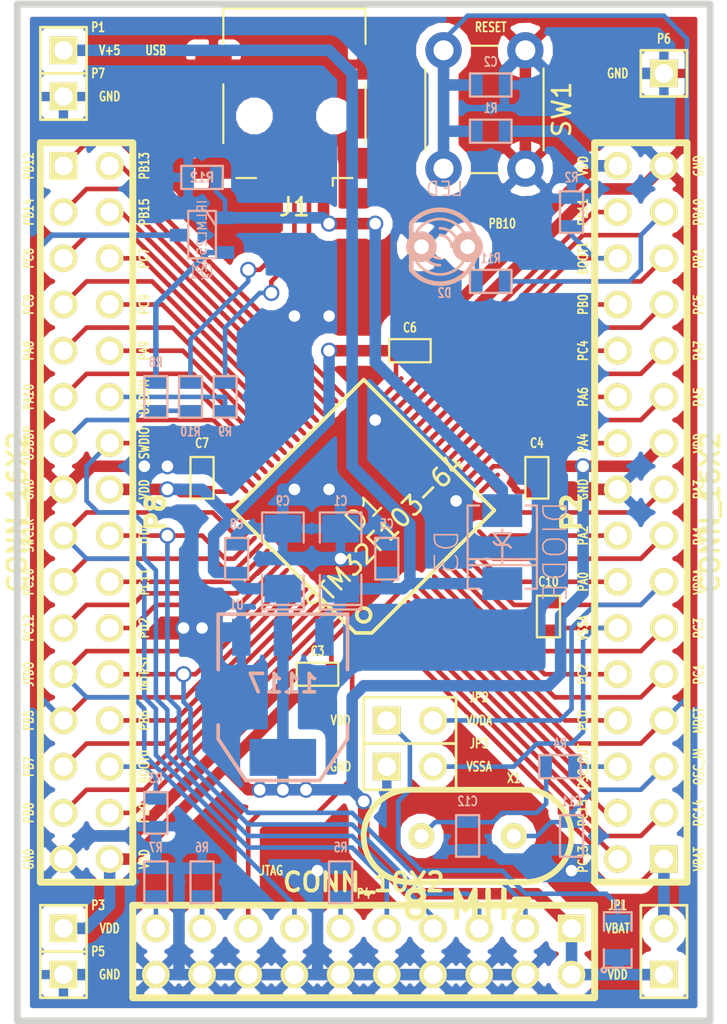
<source format=kicad_pcb>
(kicad_pcb (version 20171130) (host pcbnew 5.0.2+dfsg1-1)
  (title_block (date "23 sep 2015"))
  (layers (0 Front signal) (31 Back signal) (34 B.Paste user) (35 F.Paste user) (36 B.SilkS user) (37 F.SilkS user) (38 B.Mask user) (39 F.Mask user) (44 Edge.Cuts user))
  (net 0 "")
  (net 1 /BOOT0)
  (net 2 /BOOT1)
  (net 3 /DBGACK)
  (net 4 /DBGRQ)
  (net 5 /JNTRST)
  (net 6 /JTDI)
  (net 7 /JTDO)
  (net 8 /NRST)
  (net 9 /OSC_IN)
  (net 10 /OSC_OUT)
  (net 11 /PA0)
  (net 12 /PA1)
  (net 13 /PA10)
  (net 14 /PA2)
  (net 15 /PA3)
  (net 16 /PA4)
  (net 17 /PA5)
  (net 18 /PA6)
  (net 19 /PA7)
  (net 20 /PA8)
  (net 21 /PA9)
  (net 22 /PB0)
  (net 23 /PB1)
  (net 24 /PB10)
  (net 25 /PB11)
  (net 26 /PB12)
  (net 27 /PB13)
  (net 28 /PB14)
  (net 29 /PB15)
  (net 30 /PB5)
  (net 31 /PB6)
  (net 32 /PB7)
  (net 33 /PB8)
  (net 34 /PB9)
  (net 35 /PC0)
  (net 36 /PC1)
  (net 37 /PC10)
  (net 38 /PC11)
  (net 39 /PC12)
  (net 40 /PC13)
  (net 41 /PC14)
  (net 42 /PC15)
  (net 43 /PC2)
  (net 44 /PC3)
  (net 45 /PC4)
  (net 46 /PC5)
  (net 47 /PC6)
  (net 48 /PC7)
  (net 49 /PC8)
  (net 50 /PC9)
  (net 51 /PD2)
  (net 52 /RTCK)
  (net 53 /SWCLK)
  (net 54 /SWDIO)
  (net 55 /USBDM)
  (net 56 /USBDP)
  (net 57 /USB_POW)
  (net 58 /V+5)
  (net 59 /VBAT)
  (net 60 /VDD)
  (net 61 /VDDA)
  (net 62 /VSSA)
  (net 63 GND)
  (net 64 "Net-(C12-Pad1)")
  (net 65 "Net-(D2-Pad1)")
  (net 66 "Net-(J1-Pad2)")
  (net 67 "Net-(J1-Pad3)")
  (net 68 "Net-(J1-Pad4)")
  (net 69 "Net-(JP2-Pad1)")
  (net 70 "Net-(Q1-Pad2)")
  (module Connector_USB:USB_Mini-B_Lumberg_2486_01_Horizontal (layer Front) (at 127.0002 78.53936 180)
    (fp_text reference J1 (at 0 -5 180) (layer F.SilkS))
    (fp_text value MUSB)
    (pad "" np_thru_hole circle (at 2.2 0 180) (size 1 1) (drill 1) (layers *.Cu *.Mask))
    (pad "" np_thru_hole circle (at -2.2 0 180) (size 1 1) (drill 1) (layers *.Cu *.Mask))
    (pad 6 smd rect (at 4.45 2.85 180) (size 2 1.7) (layers Front F.Paste F.Mask) (net 63 GND))
    (pad 6 smd rect (at 4.45 -2.6 180) (size 2 1.7) (layers Front F.Paste F.Mask) (net 63 GND))
    (pad 6 smd rect (at -4.45 2.85 180) (size 2 1.7) (layers Front F.Paste F.Mask) (net 63 GND))
    (pad 6 smd rect (at -4.45 -2.6 180) (size 2 1.7) (layers Front F.Paste F.Mask) (net 63 GND))
    (pad 5 smd rect (at 1.6 -2.7 180) (size 0.5 2) (layers Front F.Paste F.Mask) (net 63 GND))
    (pad 4 smd rect (at 0.8 -2.7 180) (size 0.5 2) (layers Front F.Paste F.Mask) (net 68 "Net-(J1-Pad4)"))
    (pad 3 smd rect (at 0 -2.7 180) (size 0.5 2) (layers Front F.Paste F.Mask) (net 67 "Net-(J1-Pad3)"))
    (pad 2 smd rect (at -0.8 -2.7 180) (size 0.5 2) (layers Front F.Paste F.Mask) (net 66 "Net-(J1-Pad2)"))
    (pad 1 smd rect (at -1.6 -2.7 180) (size 0.5 2) (layers Front F.Paste F.Mask) (net 57 /USB_POW))
  )
  (module Button_Switch_THT:SW_PUSH_6mm (layer Front) (at 139.7 74.93 270)
    (fp_text reference SW1 (at 3.25 -2 270) (layer F.SilkS))
    (fp_text value RESET)
    (pad 1 thru_hole circle (at 6.5 0) (size 2 2) (drill 1.1) (layers *.Cu *.Mask) (net 63 GND))
    (pad 2 thru_hole circle (at 6.5 4.5) (size 2 2) (drill 1.1) (layers *.Cu *.Mask) (net 8 /NRST))
    (pad 1 thru_hole circle (at 0 0) (size 2 2) (drill 1.1) (layers *.Cu *.Mask) (net 63 GND))
    (pad 2 thru_hole circle (at 0 4.5) (size 2 2) (drill 1.1) (layers *.Cu *.Mask) (net 8 /NRST))
  )
  (module PAT:pin_array_16X2 (layer Front) (at 146.05 100.33 90)
    (fp_text reference P2 (at 0 -3.81 90) (layer F.SilkS) (effects (font (size 1.016 1.016) (thickness 0.254))))
    (fp_text value CONN_16X2 (at 0 3.81 90) (layer F.SilkS) (effects (font (size 1.016 1.016) (thickness 0.2032))))
    (pad 30 thru_hole circle (at 16.51 -1.27 90) (size 1.524 1.524) (drill 1.016) (layers *.Cu *.Mask F.SilkS) (net 25 /PB11))
    (pad 9 thru_hole circle (at -8.89 1.27 90) (size 1.524 1.524) (drill 1.016) (layers *.Cu *.Mask F.SilkS) (net 36 /PC1))
    (pad 7 thru_hole circle (at -11.43 1.27 90) (size 1.524 1.524) (drill 1.016) (layers *.Cu *.Mask F.SilkS) (net 8 /NRST))
    (pad 5 thru_hole circle (at -13.97 1.27 90) (size 1.524 1.524) (drill 1.016) (layers *.Cu *.Mask F.SilkS) (net 9 /OSC_IN))
    (pad 3 thru_hole circle (at -16.51 1.27 90) (size 1.524 1.524) (drill 1.016) (layers *.Cu *.Mask F.SilkS) (net 41 /PC14))
    (pad 32 thru_hole circle (at 19.05 -1.27 90) (size 1.524 1.524) (drill 1.016) (layers *.Cu *.Mask F.SilkS) (net 60 /VDD))
    (pad 28 thru_hole circle (at 13.97 -1.27 90) (size 1.524 1.524) (drill 1.016) (layers *.Cu *.Mask F.SilkS) (net 2 /BOOT1))
    (pad 26 thru_hole circle (at 11.43 -1.27 90) (size 1.524 1.524) (drill 1.016) (layers *.Cu *.Mask F.SilkS) (net 22 /PB0))
    (pad 24 thru_hole circle (at 8.89 -1.27 90) (size 1.524 1.524) (drill 1.016) (layers *.Cu *.Mask F.SilkS) (net 45 /PC4))
    (pad 31 thru_hole circle (at 19.05 1.27 90) (size 1.524 1.524) (drill 1.016) (layers *.Cu *.Mask F.SilkS) (net 63 GND))
    (pad 22 thru_hole circle (at 6.35 -1.27 90) (size 1.524 1.524) (drill 1.016) (layers *.Cu *.Mask F.SilkS) (net 18 /PA6))
    (pad 29 thru_hole circle (at 16.51 1.27 90) (size 1.524 1.524) (drill 1.016) (layers *.Cu *.Mask F.SilkS) (net 24 /PB10))
    (pad 20 thru_hole circle (at 3.81 -1.27 90) (size 1.524 1.524) (drill 1.016) (layers *.Cu *.Mask F.SilkS) (net 16 /PA4))
    (pad 27 thru_hole circle (at 13.97 1.27 90) (size 1.524 1.524) (drill 1.016) (layers *.Cu *.Mask F.SilkS) (net 23 /PB1))
    (pad 18 thru_hole circle (at 1.27 -1.27 90) (size 1.524 1.524) (drill 1.016) (layers *.Cu *.Mask F.SilkS) (net 63 GND))
    (pad 25 thru_hole circle (at 11.43 1.27 90) (size 1.524 1.524) (drill 1.016) (layers *.Cu *.Mask F.SilkS) (net 46 /PC5))
    (pad 16 thru_hole circle (at -1.27 -1.27 90) (size 1.524 1.524) (drill 1.016) (layers *.Cu *.Mask F.SilkS) (net 14 /PA2))
    (pad 23 thru_hole circle (at 8.89 1.27 90) (size 1.524 1.524) (drill 1.016) (layers *.Cu *.Mask F.SilkS) (net 19 /PA7))
    (pad 14 thru_hole circle (at -3.81 -1.27 90) (size 1.524 1.524) (drill 1.016) (layers *.Cu *.Mask F.SilkS) (net 11 /PA0))
    (pad 21 thru_hole circle (at 6.35 1.27 90) (size 1.524 1.524) (drill 1.016) (layers *.Cu *.Mask F.SilkS) (net 17 /PA5))
    (pad 12 thru_hole circle (at -6.35 -1.27 90) (size 1.524 1.524) (drill 1.016) (layers *.Cu *.Mask F.SilkS) (net 62 /VSSA))
    (pad 19 thru_hole circle (at 3.81 1.27 90) (size 1.524 1.524) (drill 1.016) (layers *.Cu *.Mask F.SilkS) (net 60 /VDD))
    (pad 10 thru_hole circle (at -8.89 -1.27 90) (size 1.524 1.524) (drill 1.016) (layers *.Cu *.Mask F.SilkS) (net 43 /PC2))
    (pad 17 thru_hole circle (at 1.27 1.27 90) (size 1.524 1.524) (drill 1.016) (layers *.Cu *.Mask F.SilkS) (net 15 /PA3))
    (pad 8 thru_hole circle (at -11.43 -1.27 90) (size 1.524 1.524) (drill 1.016) (layers *.Cu *.Mask F.SilkS) (net 35 /PC0))
    (pad 15 thru_hole circle (at -1.27 1.27 90) (size 1.524 1.524) (drill 1.016) (layers *.Cu *.Mask F.SilkS) (net 12 /PA1))
    (pad 6 thru_hole circle (at -13.97 -1.27 90) (size 1.524 1.524) (drill 1.016) (layers *.Cu *.Mask F.SilkS) (net 10 /OSC_OUT))
    (pad 13 thru_hole circle (at -3.81 1.27 90) (size 1.524 1.524) (drill 1.016) (layers *.Cu *.Mask F.SilkS) (net 61 /VDDA))
    (pad 4 thru_hole circle (at -16.51 -1.27 90) (size 1.524 1.524) (drill 1.016) (layers *.Cu *.Mask F.SilkS) (net 42 /PC15))
    (pad 11 thru_hole circle (at -6.35 1.27 90) (size 1.524 1.524) (drill 1.016) (layers *.Cu *.Mask F.SilkS) (net 44 /PC3))
    (pad 2 thru_hole circle (at -19.05 -1.27 90) (size 1.524 1.524) (drill 1.016) (layers *.Cu *.Mask F.SilkS) (net 40 /PC13))
    (pad 1 thru_hole rect (at -19.05 1.27 90) (size 1.524 1.524) (drill 1.016) (layers *.Cu *.Mask F.SilkS) (net 59 /VBAT))
  )
  (module PAT:pin_array_16X2 (layer Front) (at 115.57 100.33 270)
    (fp_text reference P8 (at 0 -3.81 270) (layer F.SilkS) (effects (font (size 1.016 1.016) (thickness 0.254))))
    (fp_text value CONN_16X2 (at 0 3.81 270) (layer F.SilkS) (effects (font (size 1.016 1.016) (thickness 0.2032))))
    (pad 30 thru_hole circle (at 16.51 -1.27 270) (size 1.524 1.524) (drill 1.016) (layers *.Cu *.Mask F.SilkS) (net 34 /PB9))
    (pad 9 thru_hole circle (at -8.89 1.27 270) (size 1.524 1.524) (drill 1.016) (layers *.Cu *.Mask F.SilkS) (net 20 /PA8))
    (pad 7 thru_hole circle (at -11.43 1.27 270) (size 1.524 1.524) (drill 1.016) (layers *.Cu *.Mask F.SilkS) (net 49 /PC8))
    (pad 5 thru_hole circle (at -13.97 1.27 270) (size 1.524 1.524) (drill 1.016) (layers *.Cu *.Mask F.SilkS) (net 47 /PC6))
    (pad 3 thru_hole circle (at -16.51 1.27 270) (size 1.524 1.524) (drill 1.016) (layers *.Cu *.Mask F.SilkS) (net 28 /PB14))
    (pad 32 thru_hole circle (at 19.05 -1.27 270) (size 1.524 1.524) (drill 1.016) (layers *.Cu *.Mask F.SilkS) (net 60 /VDD))
    (pad 28 thru_hole circle (at 13.97 -1.27 270) (size 1.524 1.524) (drill 1.016) (layers *.Cu *.Mask F.SilkS) (net 1 /BOOT0))
    (pad 26 thru_hole circle (at 11.43 -1.27 270) (size 1.524 1.524) (drill 1.016) (layers *.Cu *.Mask F.SilkS) (net 31 /PB6))
    (pad 24 thru_hole circle (at 8.89 -1.27 270) (size 1.524 1.524) (drill 1.016) (layers *.Cu *.Mask F.SilkS) (net 5 /JNTRST))
    (pad 31 thru_hole circle (at 19.05 1.27 270) (size 1.524 1.524) (drill 1.016) (layers *.Cu *.Mask F.SilkS) (net 63 GND))
    (pad 22 thru_hole circle (at 6.35 -1.27 270) (size 1.524 1.524) (drill 1.016) (layers *.Cu *.Mask F.SilkS) (net 51 /PD2))
    (pad 29 thru_hole circle (at 16.51 1.27 270) (size 1.524 1.524) (drill 1.016) (layers *.Cu *.Mask F.SilkS) (net 33 /PB8))
    (pad 20 thru_hole circle (at 3.81 -1.27 270) (size 1.524 1.524) (drill 1.016) (layers *.Cu *.Mask F.SilkS) (net 38 /PC11))
    (pad 27 thru_hole circle (at 13.97 1.27 270) (size 1.524 1.524) (drill 1.016) (layers *.Cu *.Mask F.SilkS) (net 32 /PB7))
    (pad 18 thru_hole circle (at 1.27 -1.27 270) (size 1.524 1.524) (drill 1.016) (layers *.Cu *.Mask F.SilkS) (net 6 /JTDI))
    (pad 25 thru_hole circle (at 11.43 1.27 270) (size 1.524 1.524) (drill 1.016) (layers *.Cu *.Mask F.SilkS) (net 30 /PB5))
    (pad 16 thru_hole circle (at -1.27 -1.27 270) (size 1.524 1.524) (drill 1.016) (layers *.Cu *.Mask F.SilkS) (net 60 /VDD))
    (pad 23 thru_hole circle (at 8.89 1.27 270) (size 1.524 1.524) (drill 1.016) (layers *.Cu *.Mask F.SilkS) (net 7 /JTDO))
    (pad 14 thru_hole circle (at -3.81 -1.27 270) (size 1.524 1.524) (drill 1.016) (layers *.Cu *.Mask F.SilkS) (net 54 /SWDIO))
    (pad 21 thru_hole circle (at 6.35 1.27 270) (size 1.524 1.524) (drill 1.016) (layers *.Cu *.Mask F.SilkS) (net 39 /PC12))
    (pad 12 thru_hole circle (at -6.35 -1.27 270) (size 1.524 1.524) (drill 1.016) (layers *.Cu *.Mask F.SilkS) (net 55 /USBDM))
    (pad 19 thru_hole circle (at 3.81 1.27 270) (size 1.524 1.524) (drill 1.016) (layers *.Cu *.Mask F.SilkS) (net 37 /PC10))
    (pad 10 thru_hole circle (at -8.89 -1.27 270) (size 1.524 1.524) (drill 1.016) (layers *.Cu *.Mask F.SilkS) (net 21 /PA9))
    (pad 17 thru_hole circle (at 1.27 1.27 270) (size 1.524 1.524) (drill 1.016) (layers *.Cu *.Mask F.SilkS) (net 53 /SWCLK))
    (pad 8 thru_hole circle (at -11.43 -1.27 270) (size 1.524 1.524) (drill 1.016) (layers *.Cu *.Mask F.SilkS) (net 50 /PC9))
    (pad 15 thru_hole circle (at -1.27 1.27 270) (size 1.524 1.524) (drill 1.016) (layers *.Cu *.Mask F.SilkS) (net 63 GND))
    (pad 6 thru_hole circle (at -13.97 -1.27 270) (size 1.524 1.524) (drill 1.016) (layers *.Cu *.Mask F.SilkS) (net 48 /PC7))
    (pad 13 thru_hole circle (at -3.81 1.27 270) (size 1.524 1.524) (drill 1.016) (layers *.Cu *.Mask F.SilkS) (net 56 /USBDP))
    (pad 4 thru_hole circle (at -16.51 -1.27 270) (size 1.524 1.524) (drill 1.016) (layers *.Cu *.Mask F.SilkS) (net 29 /PB15))
    (pad 11 thru_hole circle (at -6.35 1.27 270) (size 1.524 1.524) (drill 1.016) (layers *.Cu *.Mask F.SilkS) (net 13 /PA10))
    (pad 2 thru_hole circle (at -19.05 -1.27 270) (size 1.524 1.524) (drill 1.016) (layers *.Cu *.Mask F.SilkS) (net 27 /PB13))
    (pad 1 thru_hole rect (at -19.05 1.27 270) (size 1.524 1.524) (drill 1.016) (layers *.Cu *.Mask F.SilkS) (net 26 /PB12))
  )
  (module TQFP_64 (layer Front) (at 130.81 100.33 45)
    (fp_text reference D1 (at 0 0 45) (layer F.SilkS) (effects (font (size 1.09982 1.09982) (thickness 0.127))))
    (fp_text value STM32F103-64 (at 0 1.651 45) (layer F.SilkS) (effects (font (size 1.00076 1.00076) (thickness 0.1524))))
    (pad 1 smd rect (at -3.74904 5.86994 45) (size 0.24892 1.524) (layers Front F.Paste F.Mask) (net 59 /VBAT))
    (pad 2 smd oval (at -3.24866 5.86994 45) (size 0.24892 1.524) (layers Front F.Paste F.Mask) (net 40 /PC13))
    (pad 3 smd oval (at -2.74828 5.86994 45) (size 0.24892 1.524) (layers Front F.Paste F.Mask) (net 41 /PC14))
    (pad 4 smd oval (at -2.2479 5.86994 45) (size 0.24892 1.524) (layers Front F.Paste F.Mask) (net 42 /PC15))
    (pad 5 smd oval (at -1.74752 5.86994 45) (size 0.24892 1.524) (layers Front F.Paste F.Mask) (net 9 /OSC_IN))
    (pad 6 smd oval (at -1.24968 5.86994 45) (size 0.24892 1.524) (layers Front F.Paste F.Mask) (net 10 /OSC_OUT))
    (pad 7 smd oval (at -0.7493 5.869939 45) (size 0.24892 1.524) (layers Front F.Paste F.Mask) (net 8 /NRST))
    (pad 8 smd oval (at -0.24892 5.869939 45) (size 0.24892 1.524) (layers Front F.Paste F.Mask) (net 35 /PC0))
    (pad 9 smd oval (at 0.25146 5.869939 45) (size 0.24892 1.524) (layers Front F.Paste F.Mask) (net 36 /PC1))
    (pad 10 smd oval (at 0.75184 5.86994 45) (size 0.24892 1.524) (layers Front F.Paste F.Mask) (net 43 /PC2))
    (pad 11 smd oval (at 1.25222 5.86994 45) (size 0.24892 1.524) (layers Front F.Paste F.Mask) (net 44 /PC3))
    (pad 12 smd oval (at 1.75006 5.86994 45) (size 0.24892 1.524) (layers Front F.Paste F.Mask) (net 62 /VSSA))
    (pad 13 smd oval (at 2.25044 5.86994 45) (size 0.24892 1.524) (layers Front F.Paste F.Mask) (net 61 /VDDA))
    (pad 14 smd oval (at 2.75082 5.86994 45) (size 0.24892 1.524) (layers Front F.Paste F.Mask) (net 11 /PA0))
    (pad 15 smd oval (at 3.2512 5.86994 45) (size 0.24892 1.524) (layers Front F.Paste F.Mask) (net 12 /PA1))
    (pad 16 smd oval (at 3.75158 5.86994 45) (size 0.24892 1.524) (layers Front F.Paste F.Mask) (net 14 /PA2))
    (pad 17 smd oval (at 6.0325 3.74904 45) (size 1.524 0.24892) (layers Front F.Paste F.Mask) (net 15 /PA3))
    (pad 18 smd oval (at 6.0325 3.24866 45) (size 1.524 0.24892) (layers Front F.Paste F.Mask) (net 63 GND))
    (pad 19 smd oval (at 6.0325 2.74828 45) (size 1.524 0.24892) (layers Front F.Paste F.Mask) (net 60 /VDD))
    (pad 20 smd oval (at 6.0325 2.2479 45) (size 1.524 0.24892) (layers Front F.Paste F.Mask) (net 16 /PA4))
    (pad 21 smd oval (at 6.0325 1.74752 45) (size 1.524 0.24892) (layers Front F.Paste F.Mask) (net 17 /PA5))
    (pad 22 smd oval (at 6.0325 1.24968 45) (size 1.524 0.24892) (layers Front F.Paste F.Mask) (net 18 /PA6))
    (pad 23 smd oval (at 6.0325 0.7493 45) (size 1.524 0.24892) (layers Front F.Paste F.Mask) (net 19 /PA7))
    (pad 24 smd oval (at 6.0325 0.24892 45) (size 1.524 0.24892) (layers Front F.Paste F.Mask) (net 45 /PC4))
    (pad 25 smd oval (at 6.0325 -0.25146 45) (size 1.524 0.24892) (layers Front F.Paste F.Mask) (net 46 /PC5))
    (pad 26 smd oval (at 6.0325 -0.75184 45) (size 1.524 0.24892) (layers Front F.Paste F.Mask) (net 22 /PB0))
    (pad 27 smd oval (at 6.0325 -1.25222 45) (size 1.524 0.24892) (layers Front F.Paste F.Mask) (net 23 /PB1))
    (pad 28 smd oval (at 6.0325 -1.75006 45) (size 1.524 0.24892) (layers Front F.Paste F.Mask) (net 2 /BOOT1))
    (pad 29 smd oval (at 6.0325 -2.25044 45) (size 1.524 0.24892) (layers Front F.Paste F.Mask) (net 24 /PB10))
    (pad 30 smd oval (at 6.0325 -2.75082 45) (size 1.524 0.24892) (layers Front F.Paste F.Mask) (net 25 /PB11))
    (pad 31 smd oval (at 6.0325 -3.2512 45) (size 1.524 0.24892) (layers Front F.Paste F.Mask) (net 63 GND))
    (pad 32 smd oval (at 6.0325 -3.75158 45) (size 1.524 0.24892) (layers Front F.Paste F.Mask) (net 60 /VDD))
    (pad 33 smd oval (at 3.75158 -6.0325 45) (size 0.24892 1.524) (layers Front F.Paste F.Mask) (net 26 /PB12))
    (pad 34 smd oval (at 3.2512 -6.0325 45) (size 0.24892 1.524) (layers Front F.Paste F.Mask) (net 27 /PB13))
    (pad 35 smd oval (at 2.75082 -6.0325 45) (size 0.24892 1.524) (layers Front F.Paste F.Mask) (net 28 /PB14))
    (pad 36 smd oval (at 2.25044 -6.0325 45) (size 0.24892 1.524) (layers Front F.Paste F.Mask) (net 29 /PB15))
    (pad 37 smd oval (at 1.75006 -6.0325 45) (size 0.24892 1.524) (layers Front F.Paste F.Mask) (net 47 /PC6))
    (pad 38 smd oval (at 1.25222 -6.0325 45) (size 0.24892 1.524) (layers Front F.Paste F.Mask) (net 48 /PC7))
    (pad 39 smd oval (at 0.75184 -6.0325 45) (size 0.24892 1.524) (layers Front F.Paste F.Mask) (net 49 /PC8))
    (pad 40 smd oval (at 0.25146 -6.0325 45) (size 0.24892 1.524) (layers Front F.Paste F.Mask) (net 50 /PC9))
    (pad 41 smd oval (at -0.24892 -6.0325 45) (size 0.24892 1.524) (layers Front F.Paste F.Mask) (net 20 /PA8))
    (pad 42 smd oval (at -0.7493 -6.0325 45) (size 0.24892 1.524) (layers Front F.Paste F.Mask) (net 21 /PA9))
    (pad 43 smd oval (at -1.24968 -6.0325 45) (size 0.24892 1.524) (layers Front F.Paste F.Mask) (net 13 /PA10))
    (pad 44 smd oval (at -1.74752 -6.0325 45) (size 0.24892 1.524) (layers Front F.Paste F.Mask) (net 55 /USBDM))
    (pad 45 smd oval (at -2.2479 -6.0325 45) (size 0.24892 1.524) (layers Front F.Paste F.Mask) (net 56 /USBDP))
    (pad 46 smd oval (at -2.74828 -6.0325 45) (size 0.24892 1.524) (layers Front F.Paste F.Mask) (net 54 /SWDIO))
    (pad 47 smd oval (at -3.24866 -6.0325 45) (size 0.24892 1.524) (layers Front F.Paste F.Mask) (net 63 GND))
    (pad 48 smd oval (at -3.74904 -6.0325 45) (size 0.24892 1.524) (layers Front F.Paste F.Mask) (net 60 /VDD))
    (pad 49 smd oval (at -5.86994 -3.75158 45) (size 1.524 0.24892) (layers Front F.Paste F.Mask) (net 53 /SWCLK))
    (pad 50 smd oval (at -5.86994 -3.2512 45) (size 1.524 0.24892) (layers Front F.Paste F.Mask) (net 6 /JTDI))
    (pad 52 smd oval (at -5.86994 -2.25044 45) (size 1.524 0.24892) (layers Front F.Paste F.Mask) (net 38 /PC11))
    (pad 51 smd oval (at -5.88772 -2.75082 45) (size 1.524 0.24892) (layers Front F.Paste F.Mask) (net 37 /PC10))
    (pad 53 smd oval (at -5.86994 -1.75006 45) (size 1.524 0.24892) (layers Front F.Paste F.Mask) (net 39 /PC12))
    (pad 54 smd oval (at -5.86994 -1.25222 45) (size 1.524 0.24892) (layers Front F.Paste F.Mask) (net 51 /PD2))
    (pad 55 smd oval (at -5.86994 -0.75184 45) (size 1.524 0.24892) (layers Front F.Paste F.Mask) (net 7 /JTDO))
    (pad 56 smd oval (at -5.869939 -0.25146 45) (size 1.524 0.24892) (layers Front F.Paste F.Mask) (net 5 /JNTRST))
    (pad 57 smd oval (at -5.869939 0.24892 45) (size 1.524 0.24892) (layers Front F.Paste F.Mask) (net 30 /PB5))
    (pad 58 smd oval (at -5.869939 0.7493 45) (size 1.524 0.24892) (layers Front F.Paste F.Mask) (net 31 /PB6))
    (pad 59 smd oval (at -5.869939 1.24206 45) (size 1.524 0.24892) (layers Front F.Paste F.Mask) (net 32 /PB7))
    (pad 60 smd oval (at -5.86994 1.742441 45) (size 1.524 0.24892) (layers Front F.Paste F.Mask) (net 1 /BOOT0))
    (pad 61 smd oval (at -5.86994 2.24282 45) (size 1.524 0.24892) (layers Front F.Paste F.Mask) (net 33 /PB8))
    (pad 62 smd oval (at -5.86994 2.7432 45) (size 1.524 0.24892) (layers Front F.Paste F.Mask) (net 34 /PB9))
    (pad 63 smd oval (at -5.86994 3.24104 45) (size 1.524 0.24892) (layers Front F.Paste F.Mask) (net 63 GND))
    (pad 64 smd oval (at -5.86994 3.74142 45) (size 1.524 0.24892) (layers Front F.Paste F.Mask) (net 60 /VDD))
  )
  (module SOT223 (layer Back) (at 126.365 110.49)
    (fp_text reference U1 (at -2.54 -5.08) (layer B.SilkS) (effects (font (size 0.508 0.381) (thickness 0.09652)) (justify mirror)))
    (fp_text value 1117 (at 0 -0.762) (layer B.SilkS) (effects (font (size 1.016 1.016) (thickness 0.2032)) (justify mirror)))
    (pad 4 smd rect (at 0 3.302) (size 3.6576 2.032) (layers Back B.Paste B.Mask) (net 60 /VDD))
    (pad 2 smd rect (at 0 -3.302) (size 1.016 2.032) (layers Back B.Paste B.Mask) (net 60 /VDD))
    (pad 3 smd rect (at 2.286 -3.302) (size 1.016 2.032) (layers Back B.Paste B.Mask) (net 58 /V+5))
    (pad 1 smd rect (at -2.286 -3.302) (size 1.016 2.032) (layers Back B.Paste B.Mask) (net 63 GND))
  )
  (module SM1206POL (layer Back) (at 129.54 102.87 90)
    (fp_text reference C1 (at 3.175 0 180) (layer B.SilkS) (effects (font (size 0.508 0.381) (thickness 0.09652)) (justify mirror)))
    (fp_text value "10 uF x 6.3 V" hide)
    (pad 1 smd rect (at -1.651 0 90) (size 1.524 2.032) (layers Back B.Paste B.Mask) (net 58 /V+5))
    (pad 2 smd rect (at 1.651 0 90) (size 1.524 2.032) (layers Back B.Paste B.Mask) (net 63 GND))
  )
  (module SM1206POL (layer Back) (at 126.365 102.87 90)
    (fp_text reference C9 (at 3.175 0 180) (layer B.SilkS) (effects (font (size 0.508 0.381) (thickness 0.09652)) (justify mirror)))
    (fp_text value "10 uF x 6.3 V" hide)
    (pad 1 smd rect (at -1.651 0 90) (size 1.524 2.032) (layers Back B.Paste B.Mask) (net 60 /VDD))
    (pad 2 smd rect (at 1.651 0 90) (size 1.524 2.032) (layers Back B.Paste B.Mask) (net 63 GND))
  )
  (module SM0805 (layer Back) (at 144.78 123.825 90)
    (fp_text reference L1 (at 1.905 0 180) (layer B.SilkS) (effects (font (size 0.508 0.381) (thickness 0.09652)) (justify mirror)))
    (fp_text value "4.7 uH" hide)
    (pad 1 smd rect (at -0.9525 0 90) (size 0.889 1.397) (layers Back B.Paste B.Mask) (net 60 /VDD))
    (pad 2 smd rect (at 0.9525 0 90) (size 0.889 1.397) (layers Back B.Paste B.Mask) (net 69 "Net-(JP2-Pad1)"))
  )
  (module SM0603 (layer Front) (at 121.92 98.425 90)
    (fp_text reference C7 (at 1.905 0 180) (layer F.SilkS) (effects (font (size 0.508 0.381) (thickness 0.09652))))
    (fp_text value "0.1 uF" hide)
    (pad 1 smd rect (at -0.762 0 90) (size 0.635 1.143) (layers Front F.Paste F.Mask) (net 60 /VDD))
    (pad 2 smd rect (at 0.762 0 90) (size 0.635 1.143) (layers Front F.Paste F.Mask) (net 63 GND))
  )
  (module SM0603 (layer Back) (at 137.795 76.835 180)
    (fp_text reference C2 (at 0 1.27 180) (layer B.SilkS) (effects (font (size 0.508 0.381) (thickness 0.09652)) (justify mirror)))
    (fp_text value "0.1 uF" hide)
    (pad 1 smd rect (at -0.762 0 180) (size 0.635 1.143) (layers Back B.Paste B.Mask) (net 63 GND))
    (pad 2 smd rect (at 0.762 0 180) (size 0.635 1.143) (layers Back B.Paste B.Mask) (net 8 /NRST))
  )
  (module SM0603 (layer Front) (at 128.27 109.22 180)
    (fp_text reference C3 (at 0 1.27 180) (layer F.SilkS) (effects (font (size 0.508 0.381) (thickness 0.09652))))
    (fp_text value "0.1 uF" hide)
    (pad 1 smd rect (at -0.762 0 180) (size 0.635 1.143) (layers Front F.Paste F.Mask) (net 60 /VDD))
    (pad 2 smd rect (at 0.762 0 180) (size 0.635 1.143) (layers Front F.Paste F.Mask) (net 63 GND))
  )
  (module SM0603 (layer Front) (at 140.335 98.425 270)
    (fp_text reference C4 (at -1.905 0) (layer F.SilkS) (effects (font (size 0.508 0.381) (thickness 0.09652))))
    (fp_text value "0.1 uF" hide)
    (pad 1 smd rect (at -0.762 0 270) (size 0.635 1.143) (layers Front F.Paste F.Mask) (net 60 /VDD))
    (pad 2 smd rect (at 0.762 0 270) (size 0.635 1.143) (layers Front F.Paste F.Mask) (net 63 GND))
  )
  (module SM0603 (layer Back) (at 121.285 93.98 90)
    (fp_text reference R10 (at -1.905 0 180) (layer B.SilkS) (effects (font (size 0.508 0.381) (thickness 0.09652)) (justify mirror)))
    (fp_text value 22 hide)
    (pad 1 smd rect (at -0.762 0 90) (size 0.635 1.143) (layers Back B.Paste B.Mask) (net 56 /USBDP))
    (pad 2 smd rect (at 0.762 0 90) (size 0.635 1.143) (layers Back B.Paste B.Mask) (net 67 "Net-(J1-Pad3)"))
  )
  (module SM0603 (layer Back) (at 123.19 93.98 90)
    (fp_text reference R9 (at -1.905 0 180) (layer B.SilkS) (effects (font (size 0.508 0.381) (thickness 0.09652)) (justify mirror)))
    (fp_text value 22 hide)
    (pad 1 smd rect (at -0.762 0 90) (size 0.635 1.143) (layers Back B.Paste B.Mask) (net 55 /USBDM))
    (pad 2 smd rect (at 0.762 0 90) (size 0.635 1.143) (layers Back B.Paste B.Mask) (net 66 "Net-(J1-Pad2)"))
  )
  (module SM0603 (layer Back) (at 119.38 93.98 270)
    (fp_text reference R8 (at -1.905 0) (layer B.SilkS) (effects (font (size 0.508 0.381) (thickness 0.09652)) (justify mirror)))
    (fp_text value "1.5 k" hide)
    (pad 1 smd rect (at -0.762 0 270) (size 0.635 1.143) (layers Back B.Paste B.Mask) (net 70 "Net-(Q1-Pad2)"))
    (pad 2 smd rect (at 0.762 0 270) (size 0.635 1.143) (layers Back B.Paste B.Mask) (net 56 /USBDP))
  )
  (module SM0603 (layer Back) (at 119.38 120.65 270)
    (fp_text reference R7 (at -1.905 0) (layer B.SilkS) (effects (font (size 0.508 0.381) (thickness 0.09652)) (justify mirror)))
    (fp_text value "10 k" hide)
    (pad 1 smd rect (at -0.762 0 270) (size 0.635 1.143) (layers Back B.Paste B.Mask) (net 63 GND))
    (pad 2 smd rect (at 0.762 0 270) (size 0.635 1.143) (layers Back B.Paste B.Mask) (net 3 /DBGACK))
  )
  (module SM0603 (layer Back) (at 121.92 120.65 270)
    (fp_text reference R6 (at -1.905 0) (layer B.SilkS) (effects (font (size 0.508 0.381) (thickness 0.09652)) (justify mirror)))
    (fp_text value "10 k" hide)
    (pad 1 smd rect (at -0.762 0 270) (size 0.635 1.143) (layers Back B.Paste B.Mask) (net 63 GND))
    (pad 2 smd rect (at 0.762 0 270) (size 0.635 1.143) (layers Back B.Paste B.Mask) (net 4 /DBGRQ))
  )
  (module SM0603 (layer Back) (at 129.54 120.65 270)
    (fp_text reference R5 (at -1.905 0) (layer B.SilkS) (effects (font (size 0.508 0.381) (thickness 0.09652)) (justify mirror)))
    (fp_text value "10 k" hide)
    (pad 1 smd rect (at -0.762 0 270) (size 0.635 1.143) (layers Back B.Paste B.Mask) (net 63 GND))
    (pad 2 smd rect (at 0.762 0 270) (size 0.635 1.143) (layers Back B.Paste B.Mask) (net 52 /RTCK))
  )
  (module SM0603 (layer Back) (at 141.605 114.3 180)
    (fp_text reference R4 (at 0 1.27 180) (layer B.SilkS) (effects (font (size 0.508 0.381) (thickness 0.09652)) (justify mirror)))
    (fp_text value 390 hide)
    (pad 1 smd rect (at -0.762 0 180) (size 0.635 1.143) (layers Back B.Paste B.Mask) (net 10 /OSC_OUT))
    (pad 2 smd rect (at 0.762 0 180) (size 0.635 1.143) (layers Back B.Paste B.Mask) (net 64 "Net-(C12-Pad1)"))
  )
  (module SM0603 (layer Back) (at 119.38 116.84 90)
    (fp_text reference R3 (at 1.905 0 180) (layer B.SilkS) (effects (font (size 0.508 0.381) (thickness 0.09652)) (justify mirror)))
    (fp_text value "10 k" hide)
    (pad 1 smd rect (at -0.762 0 90) (size 0.635 1.143) (layers Back B.Paste B.Mask) (net 63 GND))
    (pad 2 smd rect (at 0.762 0 90) (size 0.635 1.143) (layers Back B.Paste B.Mask) (net 1 /BOOT0))
  )
  (module SM0603 (layer Back) (at 142.24 83.82 270)
    (fp_text reference R2 (at -1.905 0) (layer B.SilkS) (effects (font (size 0.508 0.381) (thickness 0.09652)) (justify mirror)))
    (fp_text value "10 k" hide)
    (pad 1 smd rect (at -0.762 0 270) (size 0.635 1.143) (layers Back B.Paste B.Mask) (net 63 GND))
    (pad 2 smd rect (at 0.762 0 270) (size 0.635 1.143) (layers Back B.Paste B.Mask) (net 2 /BOOT1))
  )
  (module SM0603 (layer Back) (at 137.795 79.375)
    (fp_text reference R1 (at 0 -1.27) (layer B.SilkS) (effects (font (size 0.508 0.381) (thickness 0.09652)) (justify mirror)))
    (fp_text value "10 k" hide)
    (pad 1 smd rect (at -0.762 0) (size 0.635 1.143) (layers Back B.Paste B.Mask) (net 8 /NRST))
    (pad 2 smd rect (at 0.762 0) (size 0.635 1.143) (layers Back B.Paste B.Mask) (net 60 /VDD))
  )
  (module SM0603 (layer Back) (at 123.825 102.87 90)
    (fp_text reference C8 (at 1.905 0 180) (layer B.SilkS) (effects (font (size 0.508 0.381) (thickness 0.09652)) (justify mirror)))
    (fp_text value "0.1 uF" hide)
    (pad 1 smd rect (at -0.762 0 90) (size 0.635 1.143) (layers Back B.Paste B.Mask) (net 60 /VDD))
    (pad 2 smd rect (at 0.762 0 90) (size 0.635 1.143) (layers Back B.Paste B.Mask) (net 63 GND))
  )
  (module SM0603 (layer Front) (at 133.35 91.44)
    (fp_text reference C6 (at 0 -1.27) (layer F.SilkS) (effects (font (size 0.508 0.381) (thickness 0.09652))))
    (fp_text value "0.1 uF" hide)
    (pad 1 smd rect (at -0.762 0) (size 0.635 1.143) (layers Front F.Paste F.Mask) (net 60 /VDD))
    (pad 2 smd rect (at 0.762 0) (size 0.635 1.143) (layers Front F.Paste F.Mask) (net 63 GND))
  )
  (module SM0603 (layer Front) (at 140.97 106.045 270)
    (fp_text reference C10 (at -1.905 0) (layer F.SilkS) (effects (font (size 0.508 0.381) (thickness 0.09652))))
    (fp_text value "0.1 uF" hide)
    (pad 1 smd rect (at -0.762 0 270) (size 0.635 1.143) (layers Front F.Paste F.Mask) (net 61 /VDDA))
    (pad 2 smd rect (at 0.762 0 270) (size 0.635 1.143) (layers Front F.Paste F.Mask) (net 62 /VSSA))
  )
  (module SM0603 (layer Back) (at 142.24 118.11 270)
    (fp_text reference C11 (at -1.905 0) (layer B.SilkS) (effects (font (size 0.508 0.381) (thickness 0.09652)) (justify mirror)))
    (fp_text value "22 pF" hide)
    (pad 1 smd rect (at -0.762 0 270) (size 0.635 1.143) (layers Back B.Paste B.Mask) (net 9 /OSC_IN))
    (pad 2 smd rect (at 0.762 0 270) (size 0.635 1.143) (layers Back B.Paste B.Mask) (net 63 GND))
  )
  (module SM0603 (layer Back) (at 136.525 118.11 270)
    (fp_text reference C12 (at -1.905 0) (layer B.SilkS) (effects (font (size 0.508 0.381) (thickness 0.09652)) (justify mirror)))
    (fp_text value "22 pF" hide)
    (pad 1 smd rect (at -0.762 0 270) (size 0.635 1.143) (layers Back B.Paste B.Mask) (net 64 "Net-(C12-Pad1)"))
    (pad 2 smd rect (at 0.762 0 270) (size 0.635 1.143) (layers Back B.Paste B.Mask) (net 63 GND))
  )
  (module SM0603 (layer Back) (at 132.08 102.87 90)
    (fp_text reference C5 (at 1.905 0 180) (layer B.SilkS) (effects (font (size 0.508 0.381) (thickness 0.09652)) (justify mirror)))
    (fp_text value "0.1 uF" hide)
    (pad 1 smd rect (at -0.762 0 90) (size 0.635 1.143) (layers Back B.Paste B.Mask) (net 58 /V+5))
    (pad 2 smd rect (at 0.762 0 90) (size 0.635 1.143) (layers Back B.Paste B.Mask) (net 63 GND))
  )
  (module PIN_ARRAY_2X1 (layer Front) (at 133.35 111.76)
    (fp_text reference JP2 (at 3.81 -1.27) (layer F.SilkS) (effects (font (size 0.508 0.381) (thickness 0.09652))))
    (fp_text value JUMPER hide)
    (pad 1 thru_hole rect (at -1.27 0) (size 1.524 1.524) (drill 1.016) (layers *.Cu *.Mask F.SilkS) (net 69 "Net-(JP2-Pad1)"))
    (pad 2 thru_hole circle (at 1.27 0) (size 1.524 1.524) (drill 1.016) (layers *.Cu *.Mask F.SilkS) (net 61 /VDDA))
  )
  (module PIN_ARRAY_2X1 (layer Front) (at 147.32 124.46 90)
    (fp_text reference JP1 (at 2.54 -2.54 180) (layer F.SilkS) (effects (font (size 0.508 0.381) (thickness 0.09652))))
    (fp_text value JUMPER hide)
    (pad 1 thru_hole rect (at -1.27 0 90) (size 1.524 1.524) (drill 1.016) (layers *.Cu *.Mask F.SilkS) (net 60 /VDD))
    (pad 2 thru_hole circle (at 1.27 0 90) (size 1.524 1.524) (drill 1.016) (layers *.Cu *.Mask F.SilkS) (net 59 /VBAT))
  )
  (module PIN_ARRAY_2X1 (layer Front) (at 133.35 114.3)
    (fp_text reference JP3 (at 3.81 -1.27) (layer F.SilkS) (effects (font (size 0.508 0.381) (thickness 0.09652))))
    (fp_text value JUMPER hide)
    (pad 1 thru_hole rect (at -1.27 0) (size 1.524 1.524) (drill 1.016) (layers *.Cu *.Mask F.SilkS) (net 63 GND))
    (pad 2 thru_hole circle (at 1.27 0) (size 1.524 1.524) (drill 1.016) (layers *.Cu *.Mask F.SilkS) (net 62 /VSSA))
  )
  (module PIN_ARRAY_1 (layer Front) (at 114.3 74.93)
    (fp_text reference P1 (at 1.905 -1.27) (layer F.SilkS) (effects (font (size 0.508 0.381) (thickness 0.09652))))
    (fp_text value V+5 hide)
    (pad 1 thru_hole rect (at 0 0) (size 1.524 1.524) (drill 1.016) (layers *.Cu *.Mask F.SilkS) (net 58 /V+5))
  )
  (module PIN_ARRAY_1 (layer Front) (at 114.3 123.19)
    (fp_text reference P3 (at 1.905 -1.27) (layer F.SilkS) (effects (font (size 0.508 0.381) (thickness 0.09652))))
    (fp_text value VDD hide)
    (pad 1 thru_hole rect (at 0 0) (size 1.524 1.524) (drill 1.016) (layers *.Cu *.Mask F.SilkS) (net 60 /VDD))
  )
  (module PIN_ARRAY_1 (layer Front) (at 114.3 77.47)
    (fp_text reference P7 (at 1.905 -1.27) (layer F.SilkS) (effects (font (size 0.508 0.381) (thickness 0.09652))))
    (fp_text value GND hide)
    (pad 1 thru_hole rect (at 0 0) (size 1.524 1.524) (drill 1.016) (layers *.Cu *.Mask F.SilkS) (net 63 GND))
  )
  (module PIN_ARRAY_1 (layer Front) (at 147.32 76.2)
    (fp_text reference P6 (at 0 -1.905) (layer F.SilkS) (effects (font (size 0.508 0.381) (thickness 0.09652))))
    (fp_text value GND hide)
    (pad 1 thru_hole rect (at 0 0) (size 1.524 1.524) (drill 1.016) (layers *.Cu *.Mask F.SilkS) (net 63 GND))
  )
  (module PIN_ARRAY_1 (layer Front) (at 114.3 125.73)
    (fp_text reference P5 (at 1.905 -1.27) (layer F.SilkS) (effects (font (size 0.508 0.381) (thickness 0.09652))))
    (fp_text value GND hide)
    (pad 1 thru_hole rect (at 0 0) (size 1.524 1.524) (drill 1.016) (layers *.Cu *.Mask F.SilkS) (net 63 GND))
  )
  (module HC-49V (layer Front) (at 136.525 118.11)
    (fp_text reference X1 (at 2.54 -3.175) (layer F.SilkS) (effects (font (size 0.508 0.381) (thickness 0.09652))))
    (fp_text value "8 MHz" (at 0 3.81) (layer F.SilkS) (effects (font (size 1.524 1.524) (thickness 0.3048))))
    (pad 1 thru_hole circle (at -2.54 0) (size 1.4224 1.4224) (drill 0.762) (layers *.Cu *.Mask F.SilkS) (net 64 "Net-(C12-Pad1)"))
    (pad 2 thru_hole circle (at 2.54 0) (size 1.4224 1.4224) (drill 0.762) (layers *.Cu *.Mask F.SilkS) (net 9 /OSC_IN))
  )
  (module pin_array_10x2 (layer Front) (at 130.81 124.46 180)
    (fp_text reference P4 (at 0 3.175 180) (layer F.SilkS) (effects (font (size 0.508 0.381) (thickness 0.09652))))
    (fp_text value CONN_10X2 (at 0 3.81 180) (layer F.SilkS) (effects (font (size 1.016 1.016) (thickness 0.2032))))
    (pad 1 thru_hole rect (at -11.43 1.27 180) (size 1.524 1.524) (drill 1.016) (layers *.Cu *.Mask F.SilkS) (net 60 /VDD))
    (pad 2 thru_hole circle (at -11.43 -1.27 180) (size 1.524 1.524) (drill 1.016) (layers *.Cu *.Mask F.SilkS) (net 60 /VDD))
    (pad 3 thru_hole circle (at -8.89 1.27 180) (size 1.524 1.524) (drill 1.016) (layers *.Cu *.Mask F.SilkS) (net 5 /JNTRST))
    (pad 4 thru_hole circle (at -8.89 -1.27 180) (size 1.524 1.524) (drill 1.016) (layers *.Cu *.Mask F.SilkS) (net 63 GND))
    (pad 5 thru_hole circle (at -6.35 1.27 180) (size 1.524 1.524) (drill 1.016) (layers *.Cu *.Mask F.SilkS) (net 6 /JTDI))
    (pad 6 thru_hole circle (at -6.35 -1.27 180) (size 1.524 1.524) (drill 1.016) (layers *.Cu *.Mask F.SilkS) (net 63 GND))
    (pad 7 thru_hole circle (at -3.81 1.27 180) (size 1.524 1.524) (drill 1.016) (layers *.Cu *.Mask F.SilkS) (net 54 /SWDIO))
    (pad 8 thru_hole circle (at -3.81 -1.27 180) (size 1.524 1.524) (drill 1.016) (layers *.Cu *.Mask F.SilkS) (net 63 GND))
    (pad 9 thru_hole circle (at -1.27 1.27 180) (size 1.524 1.524) (drill 1.016) (layers *.Cu *.Mask F.SilkS) (net 53 /SWCLK))
    (pad 10 thru_hole circle (at -1.27 -1.27 180) (size 1.524 1.524) (drill 1.016) (layers *.Cu *.Mask F.SilkS) (net 63 GND))
    (pad 11 thru_hole circle (at 1.27 1.27 180) (size 1.524 1.524) (drill 1.016) (layers *.Cu *.Mask F.SilkS) (net 52 /RTCK))
    (pad 12 thru_hole circle (at 1.27 -1.27 180) (size 1.524 1.524) (drill 1.016) (layers *.Cu *.Mask F.SilkS) (net 63 GND))
    (pad 13 thru_hole circle (at 3.81 1.27 180) (size 1.524 1.524) (drill 1.016) (layers *.Cu *.Mask F.SilkS) (net 7 /JTDO))
    (pad 14 thru_hole circle (at 3.81 -1.27 180) (size 1.524 1.524) (drill 1.016) (layers *.Cu *.Mask F.SilkS) (net 63 GND))
    (pad 15 thru_hole circle (at 6.35 1.27 180) (size 1.524 1.524) (drill 1.016) (layers *.Cu *.Mask F.SilkS) (net 8 /NRST))
    (pad 16 thru_hole circle (at 6.35 -1.27 180) (size 1.524 1.524) (drill 1.016) (layers *.Cu *.Mask F.SilkS) (net 63 GND))
    (pad 17 thru_hole circle (at 8.89 1.27 180) (size 1.524 1.524) (drill 1.016) (layers *.Cu *.Mask F.SilkS) (net 4 /DBGRQ))
    (pad 18 thru_hole circle (at 8.89 -1.27 180) (size 1.524 1.524) (drill 1.016) (layers *.Cu *.Mask F.SilkS) (net 63 GND))
    (pad 19 thru_hole circle (at 11.43 1.27 180) (size 1.524 1.524) (drill 1.016) (layers *.Cu *.Mask F.SilkS) (net 3 /DBGACK))
    (pad 20 thru_hole circle (at 11.43 -1.27 180) (size 1.524 1.524) (drill 1.016) (layers *.Cu *.Mask F.SilkS) (net 63 GND))
  )
  (module SM0603 (layer Back) (at 137.795 87.63 180)
    (fp_text reference R11 (at 0 1.27 180) (layer B.SilkS) (effects (font (size 0.508 0.381) (thickness 0.09652)) (justify mirror)))
    (fp_text value 330 hide)
    (pad 1 smd rect (at -0.762 0 180) (size 0.635 1.143) (layers Back B.Paste B.Mask) (net 24 /PB10))
    (pad 2 smd rect (at 0.762 0 180) (size 0.635 1.143) (layers Back B.Paste B.Mask) (net 65 "Net-(D2-Pad1)"))
  )
  (module LED-3MM (layer Back) (at 135.255 85.725 180)
    (fp_text reference D2 (at 0 -2.54 180) (layer B.SilkS) (effects (font (size 0.508 0.381) (thickness 0.09652)) (justify mirror)))
    (fp_text value LED (at 0 3.175 180) (layer B.SilkS) (effects (font (size 0.762 0.762) (thickness 0.0889)) (justify mirror)))
    (pad 1 thru_hole circle (at -1.27 0 180) (size 1.6764 1.6764) (drill 0.8128) (layers *.Cu B.Paste B.SilkS B.Mask) (net 65 "Net-(D2-Pad1)"))
    (pad 2 thru_hole circle (at 1.27 0 180) (size 1.6764 1.6764) (drill 0.8128) (layers *.Cu B.Paste B.SilkS B.Mask) (net 63 GND))
  )
  (module SOT23 (layer Back) (at 121.92 85.09 270)
    (fp_text reference Q1 (at 1.99898 0.09906 180) (layer B.SilkS) (effects (font (size 0.762 0.762) (thickness 0.0762)) (justify mirror)))
    (fp_text value IRLML2502 (at 0.0635 0 270) (layer B.SilkS) (effects (font (size 0.50038 0.50038) (thickness 0.0762)) (justify mirror)))
    (pad 3 smd rect (at 0 1.27 270) (size 0.70104 1.00076) (layers Back B.Paste B.Mask) (net 30 /PB5))
    (pad 2 smd rect (at 0.9525 -1.27 270) (size 0.70104 1.00076) (layers Back B.Paste B.Mask) (net 70 "Net-(Q1-Pad2)"))
    (pad 1 smd rect (at -0.9525 -1.27 270) (size 0.70104 1.00076) (layers Back B.Paste B.Mask) (net 57 /USB_POW))
  )
  (module SM0603 (layer Back) (at 121.92 81.915 180)
    (fp_text reference R12 (at 0 0 180) (layer B.SilkS) (effects (font (size 0.508 0.4572) (thickness 0.1143)) (justify mirror)))
    (fp_text value "10 k" hide)
    (pad 1 smd rect (at -0.762 0 180) (size 0.635 1.143) (layers Back B.Paste B.Mask) (net 57 /USB_POW))
    (pad 2 smd rect (at 0.762 0 180) (size 0.635 1.143) (layers Back B.Paste B.Mask) (net 63 GND))
  )
  (module DO214 (layer Back) (at 138.43 102.235 270)
    (fp_text reference D3 (at 0.254 3.048 270) (layer B.SilkS) (effects (font (size 1.27 1.27) (thickness 0.0889)) (justify mirror)))
    (fp_text value DIODE (at 0.254 -2.921 270) (layer B.SilkS) (effects (font (size 1.27 1.27) (thickness 0.0889)) (justify mirror)))
    (pad 1 smd rect (at -2.0066 0 270) (size 1.80086 2.19964) (layers Back B.Paste B.Mask) (net 57 /USB_POW))
    (pad 2 smd rect (at 2.0066 0 270) (size 1.80086 2.19964) (layers Back B.Paste B.Mask) (net 58 /V+5))
  )
  (gr_text VDD (at 129.54 111.76) (layer F.SilkS) (effects (font (size 0.508 0.381) (thickness 0.09652))))
  (gr_text GND (at 129.54 114.3) (layer F.SilkS) (effects (font (size 0.508 0.381) (thickness 0.09652))))
  (gr_text VSSA (at 137.16 114.3) (layer F.SilkS) (effects (font (size 0.508 0.381) (thickness 0.09652))))
  (gr_text VDDA (at 137.16 111.76) (layer F.SilkS) (effects (font (size 0.508 0.381) (thickness 0.09652))))
  (gr_text GND (at 116.84 125.73) (layer F.SilkS) (effects (font (size 0.508 0.381) (thickness 0.09652))))
  (gr_text VDD (at 116.84 123.19) (layer F.SilkS) (effects (font (size 0.508 0.381) (thickness 0.09652))))
  (gr_text VDD (at 144.78 125.73) (layer F.SilkS) (effects (font (size 0.508 0.381) (thickness 0.09652))))
  (gr_text VBAT (at 144.78 123.19) (layer F.SilkS) (effects (font (size 0.508 0.381) (thickness 0.09652))))
  (gr_text JTAG (at 125.73 120.015) (layer F.SilkS) (effects (font (size 0.508 0.381) (thickness 0.09652))))
  (gr_text USB (at 119.38 74.93) (layer F.SilkS) (effects (font (size 0.508 0.381) (thickness 0.09652))))
  (gr_text GND (at 144.78 76.2) (layer F.SilkS) (effects (font (size 0.508 0.381) (thickness 0.09652))))
  (gr_text GND (at 116.84 77.47) (layer F.SilkS) (effects (font (size 0.508 0.381) (thickness 0.09652))))
  (gr_text V+5 (at 116.84 74.93) (layer F.SilkS) (effects (font (size 0.508 0.381) (thickness 0.09652))))
  (gr_text RESET (at 137.795 73.66) (layer F.SilkS) (effects (font (size 0.508 0.381) (thickness 0.09652))))
  (gr_text PB10 (at 138.43 84.455) (layer F.SilkS) (effects (font (size 0.508 0.381) (thickness 0.09652))))
  (gr_text VBAT (at 149.225 119.38 90) (layer F.SilkS) (effects (font (size 0.508 0.381) (thickness 0.09652))))
  (gr_text PC13 (at 142.875 119.38 90) (layer F.SilkS) (effects (font (size 0.508 0.381) (thickness 0.09652))))
  (gr_text PC14 (at 149.225 116.84 90) (layer F.SilkS) (effects (font (size 0.508 0.381) (thickness 0.09652))))
  (gr_text PC15 (at 142.875 116.84 90) (layer F.SilkS) (effects (font (size 0.508 0.381) (thickness 0.09652))))
  (gr_text OSC_IN (at 149.225 114.3 90) (layer F.SilkS) (effects (font (size 0.508 0.381) (thickness 0.09652))))
  (gr_text OSC_OUT (at 142.875 114.3 90) (layer F.SilkS) (effects (font (size 0.508 0.381) (thickness 0.09652))))
  (gr_text NRST (at 149.225 111.76 90) (layer F.SilkS) (effects (font (size 0.508 0.381) (thickness 0.09652))))
  (gr_text PC0 (at 142.875 111.76 90) (layer F.SilkS) (effects (font (size 0.508 0.381) (thickness 0.09652))))
  (gr_text PC1 (at 149.225 109.22 90) (layer F.SilkS) (effects (font (size 0.508 0.381) (thickness 0.09652))))
  (gr_text PC2 (at 142.875 109.22 90) (layer F.SilkS) (effects (font (size 0.508 0.381) (thickness 0.09652))))
  (gr_text PC3 (at 149.225 106.68 90) (layer F.SilkS) (effects (font (size 0.508 0.381) (thickness 0.09652))))
  (gr_text VSSA (at 142.875 106.68 90) (layer F.SilkS) (effects (font (size 0.508 0.381) (thickness 0.09652))))
  (gr_text VDDA (at 149.225 104.14 90) (layer F.SilkS) (effects (font (size 0.508 0.381) (thickness 0.09652))))
  (gr_text PA0 (at 142.875 104.14 90) (layer F.SilkS) (effects (font (size 0.508 0.381) (thickness 0.09652))))
  (gr_text PA1 (at 149.225 101.6 90) (layer F.SilkS) (effects (font (size 0.508 0.381) (thickness 0.09652))))
  (gr_text PA2 (at 142.875 101.6 90) (layer F.SilkS) (effects (font (size 0.508 0.381) (thickness 0.09652))))
  (gr_text PA3 (at 149.225 99.06 90) (layer F.SilkS) (effects (font (size 0.508 0.381) (thickness 0.09652))))
  (gr_text GND (at 142.875 99.06 90) (layer F.SilkS) (effects (font (size 0.508 0.381) (thickness 0.09652))))
  (gr_text VDD (at 149.225 96.52 90) (layer F.SilkS) (effects (font (size 0.508 0.381) (thickness 0.09652))))
  (gr_text PA4 (at 142.875 96.52 90) (layer F.SilkS) (effects (font (size 0.508 0.381) (thickness 0.09652))))
  (gr_text PA5 (at 149.225 93.98 90) (layer F.SilkS) (effects (font (size 0.508 0.381) (thickness 0.09652))))
  (gr_text PA6 (at 142.875 93.98 90) (layer F.SilkS) (effects (font (size 0.508 0.381) (thickness 0.09652))))
  (gr_text PA7 (at 149.225 91.44 90) (layer F.SilkS) (effects (font (size 0.508 0.381) (thickness 0.09652))))
  (gr_text PC4 (at 142.875 91.44 90) (layer F.SilkS) (effects (font (size 0.508 0.381) (thickness 0.09652))))
  (gr_text PC5 (at 149.225 88.9 90) (layer F.SilkS) (effects (font (size 0.508 0.381) (thickness 0.09525))))
  (gr_text PB0 (at 142.875 88.9 90) (layer F.SilkS) (effects (font (size 0.508 0.381) (thickness 0.09652))))
  (gr_text PB1 (at 149.225 86.36 90) (layer F.SilkS) (effects (font (size 0.508 0.381) (thickness 0.09652))))
  (gr_text BOOT1 (at 142.875 86.36 90) (layer F.SilkS) (effects (font (size 0.508 0.381) (thickness 0.09652))))
  (gr_text PB10 (at 149.225 83.82 90) (layer F.SilkS) (effects (font (size 0.508 0.381) (thickness 0.09652))))
  (gr_text PB11 (at 142.875 83.82 90) (layer F.SilkS) (effects (font (size 0.508 0.381) (thickness 0.09652))))
  (gr_text GND (at 149.225 81.28 90) (layer F.SilkS) (effects (font (size 0.508 0.381) (thickness 0.09652))))
  (gr_text VDD (at 142.875 81.28 90) (layer F.SilkS) (effects (font (size 0.508 0.381) (thickness 0.09652))))
  (gr_text VDD (at 118.745 119.38 90) (layer F.SilkS) (effects (font (size 0.508 0.381) (thickness 0.09652))))
  (gr_text GND (at 112.395 119.38 90) (layer F.SilkS) (effects (font (size 0.508 0.381) (thickness 0.09652))))
  (gr_text PB9 (at 118.745 116.84 90) (layer F.SilkS) (effects (font (size 0.508 0.381) (thickness 0.09652))))
  (gr_text PB8 (at 112.395 116.84 90) (layer F.SilkS) (effects (font (size 0.508 0.381) (thickness 0.09652))))
  (gr_text BOOT0 (at 118.745 114.3 90) (layer F.SilkS) (effects (font (size 0.508 0.381) (thickness 0.09652))))
  (gr_text PB7 (at 112.395 114.3 90) (layer F.SilkS) (effects (font (size 0.508 0.381) (thickness 0.09652))))
  (gr_text PB6 (at 118.745 111.76 90) (layer F.SilkS) (effects (font (size 0.508 0.381) (thickness 0.09652))))
  (gr_text PB5 (at 112.395 111.76 90) (layer F.SilkS) (effects (font (size 0.508 0.381) (thickness 0.09652))))
  (gr_text JNTRST (at 118.745 109.22 90) (layer F.SilkS) (effects (font (size 0.508 0.381) (thickness 0.09652))))
  (gr_text JTDO (at 112.395 109.22 90) (layer F.SilkS) (effects (font (size 0.508 0.381) (thickness 0.09652))))
  (gr_text PD2 (at 118.745 106.68 90) (layer F.SilkS) (effects (font (size 0.508 0.381) (thickness 0.09652))))
  (gr_text PC12 (at 112.395 106.68 90) (layer F.SilkS) (effects (font (size 0.508 0.381) (thickness 0.09652))))
  (gr_text PC11 (at 118.745 104.14 90) (layer F.SilkS) (effects (font (size 0.508 0.381) (thickness 0.09652))))
  (gr_text PC10 (at 112.395 104.14 90) (layer F.SilkS) (effects (font (size 0.508 0.381) (thickness 0.09652))))
  (gr_text JTDI (at 118.745 101.6 90) (layer F.SilkS) (effects (font (size 0.508 0.381) (thickness 0.09652))))
  (gr_text SWCLK (at 112.395 101.6 90) (layer F.SilkS) (effects (font (size 0.508 0.381) (thickness 0.09652))))
  (gr_text VDD (at 118.745 99.06 90) (layer F.SilkS) (effects (font (size 0.508 0.381) (thickness 0.09652))))
  (gr_text GND (at 112.395 99.06 90) (layer F.SilkS) (effects (font (size 0.508 0.381) (thickness 0.09652))))
  (gr_text SWDIO (at 118.745 96.52 90) (layer F.SilkS) (effects (font (size 0.508 0.381) (thickness 0.09652))))
  (gr_text USBDP (at 112.395 96.52 90) (layer F.SilkS) (effects (font (size 0.508 0.381) (thickness 0.09652))))
  (gr_text USBDM (at 118.745 93.98 90) (layer F.SilkS) (effects (font (size 0.508 0.381) (thickness 0.09652))))
  (gr_text PA10 (at 112.395 93.98 90) (layer F.SilkS) (effects (font (size 0.508 0.381) (thickness 0.09652))))
  (gr_text PA9 (at 118.745 91.44 90) (layer F.SilkS) (effects (font (size 0.508 0.381) (thickness 0.09652))))
  (gr_text PC9 (at 118.745 88.9 90) (layer F.SilkS) (effects (font (size 0.508 0.381) (thickness 0.09652))))
  (gr_text PC7 (at 118.745 86.36 90) (layer F.SilkS) (effects (font (size 0.508 0.381) (thickness 0.09652))))
  (gr_text PB15 (at 118.745 83.82 90) (layer F.SilkS) (effects (font (size 0.508 0.381) (thickness 0.09652))))
  (gr_text PB13 (at 118.745 81.28 90) (layer F.SilkS) (effects (font (size 0.508 0.381) (thickness 0.09652))))
  (gr_text PA8 (at 112.395 91.44 90) (layer F.SilkS) (effects (font (size 0.508 0.381) (thickness 0.09652))))
  (gr_text PC8 (at 112.395 88.9 90) (layer F.SilkS) (effects (font (size 0.508 0.381) (thickness 0.09652))))
  (gr_text PC6 (at 112.395 86.36 90) (layer F.SilkS) (effects (font (size 0.508 0.381) (thickness 0.09652))))
  (gr_text PB14 (at 112.395 83.82 90) (layer F.SilkS) (effects (font (size 0.508 0.381) (thickness 0.09652))))
  (gr_text PB12 (at 112.395 81.28 90) (layer F.SilkS) (effects (font (size 0.508 0.381) (thickness 0.09652))))
  (gr_line (start 111.76 72.39) (end 111.76 128.27) (angle 90) (layer Edge.Cuts) (width 0.381))
  (gr_line (start 149.86 72.39) (end 111.76 72.39) (angle 90) (layer Edge.Cuts) (width 0.381))
  (gr_line (start 149.86 128.27) (end 149.86 72.39) (angle 90) (layer Edge.Cuts) (width 0.381))
  (gr_line (start 111.76 128.27) (end 149.86 128.27) (angle 90) (layer Edge.Cuts) (width 0.381))
  (segment (start 119.38 116.078) (end 119.38 114.935) (width 0.254) (layer Back) (net 1))
  (segment (start 127.89154 105.71226) (end 119.3038 114.3) (width 0.254) (layer Front) (net 1))
  (segment (start 118.745 114.3) (end 116.84 114.3) (width 0.254) (layer Back) (net 1))
  (segment (start 119.38 114.935) (end 118.745 114.3) (width 0.254) (layer Back) (net 1))
  (segment (start 119.3038 114.3) (end 116.84 114.3) (width 0.254) (layer Front) (net 1))
  (segment (start 143.51 86.36) (end 144.78 86.36) (width 0.254) (layer Back) (net 2))
  (segment (start 142.24 84.582) (end 142.24 85.09) (width 0.254) (layer Back) (net 2))
  (segment (start 133.83768 94.82582) (end 142.3035 86.36) (width 0.254) (layer Front) (net 2))
  (segment (start 142.3035 86.36) (end 144.78 86.36) (width 0.254) (layer Front) (net 2))
  (segment (start 142.24 85.09) (end 143.51 86.36) (width 0.254) (layer Back) (net 2))
  (segment (start 119.38 123.19) (end 119.38 121.412) (width 0.254) (layer Back) (net 3))
  (segment (start 121.92 123.19) (end 121.92 121.412) (width 0.254) (layer Back) (net 4))
  (segment (start 133.985 120.65) (end 130.175 116.84) (width 0.254) (layer Back) (net 5))
  (segment (start 130.175 116.84) (end 124.46 116.84) (width 0.254) (layer Back) (net 5))
  (segment (start 121.285 113.665) (end 121.285 111.125) (width 0.254) (layer Back) (net 5))
  (segment (start 121.5644 109.22) (end 120.904 109.22) (width 0.254) (layer Front) (net 5))
  (segment (start 124.46 116.84) (end 121.285 113.665) (width 0.254) (layer Back) (net 5))
  (segment (start 138.43 120.65) (end 133.985 120.65) (width 0.254) (layer Back) (net 5))
  (segment (start 121.285 111.125) (end 120.904 110.744) (width 0.254) (layer Back) (net 5))
  (segment (start 139.7 121.92) (end 138.43 120.65) (width 0.254) (layer Back) (net 5))
  (segment (start 120.904 109.22) (end 120.904 110.744) (width 0.254) (layer Back) (net 5))
  (segment (start 126.48184 104.30256) (end 121.5644 109.22) (width 0.254) (layer Front) (net 5))
  (segment (start 139.7 121.92) (end 139.7 123.19) (width 0.254) (layer Back) (net 5))
  (via (at 120.904 109.22) (size 0.889) (layers Front Back) (net 5))
  (segment (start 120.904 109.22) (end 116.84 109.22) (width 0.254) (layer Front) (net 5))
  (via (at 120.015 101.6) (size 0.889) (layers Front Back) (net 6))
  (segment (start 124.46 117.475) (end 120.65 113.665) (width 0.254) (layer Back) (net 6))
  (segment (start 120.65 111.125) (end 120.015 110.49) (width 0.254) (layer Back) (net 6))
  (segment (start 120.65 113.665) (end 120.65 111.125) (width 0.254) (layer Back) (net 6))
  (segment (start 137.16 121.92) (end 136.525 121.285) (width 0.254) (layer Back) (net 6))
  (segment (start 121.92 101.6) (end 120.015 101.6) (width 0.254) (layer Front) (net 6))
  (segment (start 137.16 123.19) (end 137.16 121.92) (width 0.254) (layer Back) (net 6))
  (segment (start 124.36094 102.18166) (end 123.6726 102.87) (width 0.254) (layer Front) (net 6))
  (segment (start 120.015 110.49) (end 120.015 101.6) (width 0.254) (layer Back) (net 6))
  (segment (start 133.985 121.285) (end 130.175 117.475) (width 0.254) (layer Back) (net 6))
  (segment (start 120.015 101.6) (end 116.84 101.6) (width 0.254) (layer Front) (net 6))
  (segment (start 123.19 102.87) (end 121.92 101.6) (width 0.254) (layer Front) (net 6))
  (segment (start 123.6726 102.87) (end 123.19 102.87) (width 0.254) (layer Front) (net 6))
  (segment (start 136.525 121.285) (end 133.985 121.285) (width 0.254) (layer Back) (net 6))
  (segment (start 130.175 117.475) (end 124.46 117.475) (width 0.254) (layer Back) (net 6))
  (segment (start 115.57 110.49) (end 114.3 109.22) (width 0.254) (layer Back) (net 7))
  (segment (start 115.57 107.95) (end 114.3 109.22) (width 0.254) (layer Front) (net 7))
  (segment (start 126.12878 103.9495) (end 122.12828 107.95) (width 0.254) (layer Front) (net 7))
  (segment (start 122.12828 107.95) (end 115.57 107.95) (width 0.254) (layer Front) (net 7))
  (segment (start 127 121.92) (end 118.745 113.665) (width 0.254) (layer Back) (net 7))
  (segment (start 118.745 113.665) (end 118.745 111.125) (width 0.254) (layer Back) (net 7))
  (segment (start 118.745 111.125) (end 118.11 110.49) (width 0.254) (layer Back) (net 7))
  (segment (start 127 123.19) (end 127 121.92) (width 0.254) (layer Back) (net 7))
  (segment (start 118.11 110.49) (end 115.57 110.49) (width 0.254) (layer Back) (net 7))
  (segment (start 147.32 111.76) (end 148.59 110.49) (width 0.254) (layer Back) (net 8))
  (segment (start 127.635 116.84) (end 128.27 116.84) (width 0.254) (layer Front) (net 8))
  (segment (start 147.32 73.025) (end 136.525 73.025) (width 0.254) (layer Back) (net 8))
  (segment (start 142.45082 113.03) (end 146.05 113.03) (width 0.254) (layer Front) (net 8))
  (segment (start 124.46 123.19) (end 124.46 117.475) (width 0.254) (layer Front) (net 8))
  (segment (start 133.56082 104.14) (end 134.43204 105.01122) (width 0.254) (layer Front) (net 8))
  (segment (start 133.56082 104.14) (end 133.35 104.14) (width 0.254) (layer Front) (net 8))
  (segment (start 127.635 116.84) (end 125.095 116.84) (width 0.254) (layer Front) (net 8))
  (segment (start 148.59 74.295) (end 147.32 73.025) (width 0.254) (layer Back) (net 8))
  (segment (start 128.27 116.84) (end 130.175 114.935) (width 0.254) (layer Front) (net 8))
  (segment (start 130.175 107.315) (end 130.175 110.49) (width 0.254) (layer Front) (net 8))
  (segment (start 133.35 104.14) (end 130.175 107.315) (width 0.254) (layer Front) (net 8))
  (segment (start 125.095 116.84) (end 124.46 117.475) (width 0.254) (layer Front) (net 8))
  (segment (start 130.175 114.935) (end 130.175 110.49) (width 0.254) (layer Front) (net 8))
  (segment (start 134.43204 105.01122) (end 142.45082 113.03) (width 0.254) (layer Front) (net 8))
  (segment (start 136.525 73.025) (end 135.255 74.295) (width 0.254) (layer Back) (net 8))
  (segment (start 148.59 110.49) (end 148.59 74.295) (width 0.254) (layer Back) (net 8))
  (segment (start 146.05 113.03) (end 147.32 111.76) (width 0.254) (layer Front) (net 8))
  (segment (start 135.2 81.43) (end 135.2 80.015787) (width 0.635) (layer Back) (net 8))
  (segment (start 137.033 76.835) (end 135.2 76.835) (width 0.635) (layer Back) (net 8))
  (segment (start 135.2 76.835) (end 135.2 74.93) (width 0.635) (layer Back) (net 8))
  (segment (start 137.033 79.375) (end 135.2 79.375) (width 0.635) (layer Back) (net 8))
  (segment (start 135.2 80.015787) (end 135.2 79.375) (width 0.635) (layer Back) (net 8))
  (segment (start 135.2 79.375) (end 135.2 76.835) (width 0.635) (layer Back) (net 8))
  (segment (start 135.2 74.93) (end 135.2 81.43) (width 0.635) (layer Front) (net 8))
  (segment (start 146.05 115.57) (end 147.32 114.3) (width 0.254) (layer Back) (net 9))
  (segment (start 133.72592 105.71734) (end 143.57858 115.57) (width 0.254) (layer Front) (net 9))
  (segment (start 142.24 117.348) (end 142.24 116.84) (width 0.254) (layer Back) (net 9))
  (segment (start 143.51 115.57) (end 146.05 115.57) (width 0.254) (layer Back) (net 9))
  (segment (start 146.05 115.57) (end 147.32 114.3) (width 0.254) (layer Front) (net 9))
  (segment (start 142.24 117.348) (end 141.097 117.348) (width 0.254) (layer Back) (net 9))
  (segment (start 141.097 117.348) (end 140.335 118.11) (width 0.254) (layer Back) (net 9))
  (segment (start 140.335 118.11) (end 139.065 118.11) (width 0.254) (layer Back) (net 9))
  (segment (start 143.57858 115.57) (end 146.05 115.57) (width 0.254) (layer Front) (net 9))
  (segment (start 142.24 116.84) (end 143.51 115.57) (width 0.254) (layer Back) (net 9))
  (segment (start 142.367 114.3) (end 144.78 114.3) (width 0.254) (layer Back) (net 10))
  (segment (start 134.07644 105.36428) (end 143.01216 114.3) (width 0.254) (layer Front) (net 10))
  (segment (start 143.01216 114.3) (end 144.78 114.3) (width 0.254) (layer Front) (net 10))
  (segment (start 136.906 102.53472) (end 138.51128 104.14) (width 0.254) (layer Front) (net 11))
  (segment (start 138.51128 104.14) (end 144.78 104.14) (width 0.254) (layer Front) (net 11))
  (segment (start 137.9474 102.87) (end 146.05 102.87) (width 0.254) (layer Front) (net 12))
  (segment (start 137.25906 102.18166) (end 137.9474 102.87) (width 0.254) (layer Front) (net 12))
  (segment (start 146.05 102.87) (end 147.32 101.6) (width 0.254) (layer Front) (net 12))
  (segment (start 115.57 92.71) (end 114.3 93.98) (width 0.254) (layer Front) (net 13))
  (segment (start 125.66142 96.94926) (end 121.42216 92.71) (width 0.254) (layer Front) (net 13))
  (segment (start 121.42216 92.71) (end 115.57 92.71) (width 0.254) (layer Front) (net 13))
  (segment (start 137.84326 101.6) (end 144.78 101.6) (width 0.254) (layer Front) (net 14))
  (segment (start 137.61466 101.8286) (end 137.84326 101.6) (width 0.254) (layer Front) (net 14))
  (segment (start 137.72642 98.71456) (end 139.34186 100.33) (width 0.254) (layer Front) (net 15))
  (segment (start 139.34186 100.33) (end 146.05 100.33) (width 0.254) (layer Front) (net 15))
  (segment (start 146.05 100.33) (end 147.32 99.06) (width 0.254) (layer Front) (net 15))
  (segment (start 136.6647 97.65284) (end 137.79754 96.52) (width 0.254) (layer Front) (net 16))
  (segment (start 137.79754 96.52) (end 144.78 96.52) (width 0.254) (layer Front) (net 16))
  (segment (start 136.31164 97.29978) (end 138.36142 95.25) (width 0.254) (layer Front) (net 17))
  (segment (start 146.05 95.25) (end 147.32 93.98) (width 0.254) (layer Front) (net 17))
  (segment (start 138.36142 95.25) (end 146.05 95.25) (width 0.254) (layer Front) (net 17))
  (segment (start 138.92784 93.98) (end 144.78 93.98) (width 0.254) (layer Front) (net 18))
  (segment (start 135.95858 96.94926) (end 138.92784 93.98) (width 0.254) (layer Front) (net 18))
  (segment (start 146.05 92.71) (end 147.32 91.44) (width 0.254) (layer Front) (net 19))
  (segment (start 139.48918 92.71) (end 146.05 92.71) (width 0.254) (layer Front) (net 19))
  (segment (start 135.60552 96.59366) (end 139.48918 92.71) (width 0.254) (layer Front) (net 19))
  (segment (start 126.36754 96.2406) (end 120.29694 90.17) (width 0.254) (layer Front) (net 20))
  (segment (start 120.29694 90.17) (end 115.57 90.17) (width 0.254) (layer Front) (net 20))
  (segment (start 115.57 90.17) (end 114.3 91.44) (width 0.254) (layer Front) (net 20))
  (segment (start 120.86082 91.44) (end 116.84 91.44) (width 0.254) (layer Front) (net 21))
  (segment (start 126.01448 96.59366) (end 120.86082 91.44) (width 0.254) (layer Front) (net 21))
  (segment (start 134.5438 95.53194) (end 141.17574 88.9) (width 0.254) (layer Front) (net 22))
  (segment (start 141.17574 88.9) (end 144.78 88.9) (width 0.254) (layer Front) (net 22))
  (segment (start 141.73962 87.63) (end 146.05 87.63) (width 0.254) (layer Front) (net 23))
  (segment (start 146.05 87.63) (end 147.32 86.36) (width 0.254) (layer Front) (net 23))
  (segment (start 134.19074 95.17888) (end 141.73962 87.63) (width 0.254) (layer Front) (net 23))
  (segment (start 142.86738 85.09) (end 146.05 85.09) (width 0.254) (layer Front) (net 24))
  (segment (start 146.05 85.09) (end 147.32 83.82) (width 0.254) (layer Back) (net 24))
  (segment (start 146.05 86.995) (end 146.05 85.09) (width 0.254) (layer Back) (net 24))
  (segment (start 145.415 87.63) (end 146.05 86.995) (width 0.254) (layer Back) (net 24))
  (segment (start 146.05 85.09) (end 147.32 83.82) (width 0.254) (layer Front) (net 24))
  (segment (start 133.48462 94.47276) (end 142.86738 85.09) (width 0.254) (layer Front) (net 24))
  (segment (start 138.557 87.63) (end 145.415 87.63) (width 0.254) (layer Back) (net 24))
  (segment (start 143.43126 83.82) (end 144.78 83.82) (width 0.254) (layer Front) (net 25))
  (segment (start 133.13156 94.1197) (end 143.43126 83.82) (width 0.254) (layer Front) (net 25))
  (segment (start 118.745 81.915) (end 118.11 81.28) (width 0.254) (layer Front) (net 26))
  (segment (start 115.57 80.01) (end 114.3 81.28) (width 0.254) (layer Front) (net 26))
  (segment (start 118.11 81.28) (end 118.11 80.645) (width 0.254) (layer Front) (net 26))
  (segment (start 117.475 80.01) (end 115.57 80.01) (width 0.254) (layer Front) (net 26))
  (segment (start 129.1971 93.41104) (end 120.015 84.22894) (width 0.254) (layer Front) (net 26))
  (segment (start 120.015 84.22894) (end 120.015 83.185) (width 0.254) (layer Front) (net 26))
  (segment (start 120.015 83.185) (end 118.745 81.915) (width 0.254) (layer Front) (net 26))
  (segment (start 118.11 80.645) (end 117.475 80.01) (width 0.254) (layer Front) (net 26))
  (segment (start 117.475 81.28) (end 116.84 81.28) (width 0.254) (layer Front) (net 27))
  (segment (start 119.38 83.185) (end 117.475 81.28) (width 0.254) (layer Front) (net 27))
  (segment (start 128.84404 93.76664) (end 119.38 84.3026) (width 0.254) (layer Front) (net 27))
  (segment (start 119.38 84.3026) (end 119.38 83.185) (width 0.254) (layer Front) (net 27))
  (segment (start 128.48844 94.1197) (end 118.745 84.37626) (width 0.254) (layer Front) (net 28))
  (segment (start 118.745 83.185) (end 118.11 82.55) (width 0.254) (layer Front) (net 28))
  (segment (start 118.745 84.37626) (end 118.745 83.185) (width 0.254) (layer Front) (net 28))
  (segment (start 118.11 82.55) (end 115.57 82.55) (width 0.254) (layer Front) (net 28))
  (segment (start 115.57 82.55) (end 114.3 83.82) (width 0.254) (layer Front) (net 28))
  (segment (start 117.48262 83.82) (end 116.84 83.82) (width 0.254) (layer Front) (net 29))
  (segment (start 128.13538 94.47276) (end 117.48262 83.82) (width 0.254) (layer Front) (net 29))
  (segment (start 113.03 110.49) (end 114.3 111.76) (width 0.3048) (layer Back) (net 30))
  (segment (start 120.65 85.09) (end 113.665 85.09) (width 0.3048) (layer Back) (net 30))
  (segment (start 113.03 85.725) (end 113.03 110.49) (width 0.3048) (layer Back) (net 30))
  (segment (start 113.665 85.09) (end 113.03 85.725) (width 0.3048) (layer Back) (net 30))
  (segment (start 115.57 110.49) (end 114.3 111.76) (width 0.254) (layer Front) (net 30))
  (segment (start 126.8349 104.65562) (end 121.00052 110.49) (width 0.254) (layer Front) (net 30))
  (segment (start 121.00052 110.49) (end 115.57 110.49) (width 0.254) (layer Front) (net 30))
  (segment (start 120.43918 111.76) (end 116.84 111.76) (width 0.254) (layer Front) (net 31))
  (segment (start 127.18796 105.01122) (end 120.43918 111.76) (width 0.254) (layer Front) (net 31))
  (segment (start 127.53848 105.3592) (end 119.86768 113.03) (width 0.254) (layer Front) (net 32))
  (segment (start 119.86768 113.03) (end 115.57 113.03) (width 0.254) (layer Front) (net 32))
  (segment (start 115.57 113.03) (end 114.3 114.3) (width 0.254) (layer Front) (net 32))
  (segment (start 118.73992 115.57) (end 115.57 115.57) (width 0.254) (layer Front) (net 33))
  (segment (start 128.2446 106.06532) (end 118.73992 115.57) (width 0.254) (layer Front) (net 33))
  (segment (start 115.57 115.57) (end 114.3 116.84) (width 0.254) (layer Front) (net 33))
  (segment (start 118.18112 116.84) (end 116.84 116.84) (width 0.254) (layer Front) (net 34))
  (segment (start 128.6002 106.42092) (end 118.18112 116.84) (width 0.254) (layer Front) (net 34))
  (segment (start 141.88948 111.76) (end 144.78 111.76) (width 0.254) (layer Front) (net 35))
  (segment (start 134.7851 104.65562) (end 141.88948 111.76) (width 0.254) (layer Front) (net 35))
  (segment (start 146.05 110.49) (end 147.32 109.22) (width 0.254) (layer Front) (net 36))
  (segment (start 135.13816 104.30256) (end 141.3256 110.49) (width 0.254) (layer Front) (net 36))
  (segment (start 141.3256 110.49) (end 146.05 110.49) (width 0.254) (layer Front) (net 36))
  (segment (start 123.19 103.505) (end 122.555 102.87) (width 0.254) (layer Front) (net 37))
  (segment (start 115.57 102.87) (end 114.3 104.14) (width 0.254) (layer Front) (net 37))
  (segment (start 123.74372 103.505) (end 123.19 103.505) (width 0.254) (layer Front) (net 37))
  (segment (start 122.555 102.87) (end 115.57 102.87) (width 0.254) (layer Front) (net 37))
  (segment (start 124.7013 102.54742) (end 123.74372 103.505) (width 0.254) (layer Front) (net 37))
  (segment (start 125.06706 102.89032) (end 123.81738 104.14) (width 0.254) (layer Front) (net 38))
  (segment (start 123.81738 104.14) (end 116.84 104.14) (width 0.254) (layer Front) (net 38))
  (segment (start 115.57 105.41) (end 114.3 106.68) (width 0.254) (layer Front) (net 39))
  (segment (start 118.745 104.775) (end 118.11 105.41) (width 0.254) (layer Front) (net 39))
  (segment (start 118.11 105.41) (end 115.57 105.41) (width 0.254) (layer Front) (net 39))
  (segment (start 125.42266 103.24338) (end 125.35662 103.24338) (width 0.254) (layer Front) (net 39))
  (segment (start 123.825 104.775) (end 118.745 104.775) (width 0.254) (layer Front) (net 39))
  (segment (start 125.35662 103.24338) (end 123.825 104.775) (width 0.254) (layer Front) (net 39))
  (segment (start 142.24 116.84) (end 144.78 119.38) (width 0.254) (layer Front) (net 40))
  (segment (start 132.6642 106.77906) (end 142.24 116.35486) (width 0.254) (layer Front) (net 40))
  (segment (start 142.24 116.35486) (end 142.24 116.84) (width 0.254) (layer Front) (net 40))
  (segment (start 142.875 116.84) (end 144.145 118.11) (width 0.254) (layer Front) (net 41))
  (segment (start 146.05 118.11) (end 147.32 116.84) (width 0.254) (layer Front) (net 41))
  (segment (start 142.875 116.2812) (end 142.875 116.84) (width 0.254) (layer Front) (net 41))
  (segment (start 144.145 118.11) (end 146.05 118.11) (width 0.254) (layer Front) (net 41))
  (segment (start 133.01726 106.42346) (end 142.875 116.2812) (width 0.254) (layer Front) (net 41))
  (segment (start 133.37032 106.0704) (end 144.13992 116.84) (width 0.254) (layer Front) (net 42))
  (segment (start 144.13992 116.84) (end 144.78 116.84) (width 0.254) (layer Front) (net 42))
  (segment (start 140.76172 109.22) (end 144.78 109.22) (width 0.254) (layer Front) (net 43))
  (segment (start 135.49122 103.9495) (end 140.76172 109.22) (width 0.254) (layer Front) (net 43))
  (segment (start 135.84682 103.59644) (end 140.20038 107.95) (width 0.254) (layer Front) (net 44))
  (segment (start 146.05 107.95) (end 147.32 106.68) (width 0.254) (layer Front) (net 44))
  (segment (start 140.20038 107.95) (end 146.05 107.95) (width 0.254) (layer Front) (net 44))
  (segment (start 135.25246 96.2406) (end 140.05306 91.44) (width 0.254) (layer Front) (net 45))
  (segment (start 140.05306 91.44) (end 144.78 91.44) (width 0.254) (layer Front) (net 45))
  (segment (start 146.05 90.17) (end 147.32 88.9) (width 0.254) (layer Front) (net 46))
  (segment (start 140.6144 90.17) (end 146.05 90.17) (width 0.254) (layer Front) (net 46))
  (segment (start 134.89686 95.88754) (end 140.6144 90.17) (width 0.254) (layer Front) (net 46))
  (segment (start 127.78232 94.82582) (end 118.0465 85.09) (width 0.254) (layer Front) (net 47))
  (segment (start 115.57 85.09) (end 114.3 86.36) (width 0.254) (layer Front) (net 47))
  (segment (start 118.0465 85.09) (end 115.57 85.09) (width 0.254) (layer Front) (net 47))
  (segment (start 118.61038 86.36) (end 116.84 86.36) (width 0.254) (layer Front) (net 48))
  (segment (start 127.42926 95.17888) (end 118.61038 86.36) (width 0.254) (layer Front) (net 48))
  (segment (start 115.57 87.63) (end 114.3 88.9) (width 0.254) (layer Front) (net 49))
  (segment (start 127.0762 95.53194) (end 119.17426 87.63) (width 0.254) (layer Front) (net 49))
  (segment (start 119.17426 87.63) (end 115.57 87.63) (width 0.254) (layer Front) (net 49))
  (segment (start 126.72314 95.88754) (end 119.7356 88.9) (width 0.254) (layer Front) (net 50))
  (segment (start 119.7356 88.9) (end 116.84 88.9) (width 0.254) (layer Front) (net 50))
  (segment (start 125.77318 103.59644) (end 123.95962 105.41) (width 0.254) (layer Front) (net 51))
  (segment (start 123.95962 105.41) (end 119.38 105.41) (width 0.254) (layer Front) (net 51))
  (segment (start 118.11 106.68) (end 116.84 106.68) (width 0.254) (layer Front) (net 51))
  (segment (start 119.38 105.41) (end 118.11 106.68) (width 0.254) (layer Front) (net 51))
  (segment (start 129.54 121.412) (end 129.54 123.19) (width 0.254) (layer Back) (net 52))
  (segment (start 118.745 110.49) (end 118.745 103.505) (width 0.254) (layer Back) (net 53))
  (segment (start 115.57 100.33) (end 114.3 101.6) (width 0.254) (layer Front) (net 53))
  (segment (start 132.08 120.65) (end 130.175 118.745) (width 0.254) (layer Back) (net 53))
  (segment (start 119.38 113.665) (end 119.38 111.125) (width 0.254) (layer Back) (net 53))
  (segment (start 124.00534 101.8286) (end 122.50674 100.33) (width 0.254) (layer Front) (net 53))
  (segment (start 118.11 102.87) (end 115.57 102.87) (width 0.254) (layer Back) (net 53))
  (segment (start 124.46 118.745) (end 119.38 113.665) (width 0.254) (layer Back) (net 53))
  (segment (start 118.745 103.505) (end 118.11 102.87) (width 0.254) (layer Back) (net 53))
  (segment (start 122.50674 100.33) (end 115.57 100.33) (width 0.254) (layer Front) (net 53))
  (segment (start 132.08 123.19) (end 132.08 120.65) (width 0.254) (layer Back) (net 53))
  (segment (start 130.175 118.745) (end 124.46 118.745) (width 0.254) (layer Back) (net 53))
  (segment (start 119.38 111.125) (end 118.745 110.49) (width 0.254) (layer Back) (net 53))
  (segment (start 115.57 102.87) (end 114.3 101.6) (width 0.254) (layer Back) (net 53))
  (segment (start 119.3546 110.5154) (end 119.38 110.5154) (width 0.254) (layer Back) (net 54))
  (segment (start 134.62 122.555) (end 130.175 118.11) (width 0.254) (layer Back) (net 54))
  (segment (start 118.745 100.965) (end 118.11 100.33) (width 0.254) (layer Back) (net 54))
  (segment (start 120.015 113.665) (end 120.015 111.1758) (width 0.254) (layer Back) (net 54))
  (segment (start 118.745 102.87) (end 118.745 100.965) (width 0.254) (layer Back) (net 54))
  (segment (start 115.57 99.695) (end 115.57 97.79) (width 0.254) (layer Back) (net 54))
  (segment (start 119.38 110.49) (end 119.38 110.5154) (width 0.254) (layer Back) (net 54))
  (segment (start 119.38 110.5154) (end 119.38 103.505) (width 0.254) (layer Back) (net 54))
  (segment (start 134.62 123.19) (end 134.62 122.555) (width 0.254) (layer Back) (net 54))
  (segment (start 116.205 100.33) (end 115.57 99.695) (width 0.254) (layer Back) (net 54))
  (segment (start 118.11 100.33) (end 116.205 100.33) (width 0.254) (layer Back) (net 54))
  (segment (start 123.1138 96.52) (end 116.84 96.52) (width 0.254) (layer Front) (net 54))
  (segment (start 124.60224 98.00844) (end 123.1138 96.52) (width 0.254) (layer Front) (net 54))
  (segment (start 120.015 111.1758) (end 119.3546 110.5154) (width 0.254) (layer Back) (net 54))
  (segment (start 119.38 103.505) (end 118.745 102.87) (width 0.254) (layer Back) (net 54))
  (segment (start 124.46 118.11) (end 120.015 113.665) (width 0.254) (layer Back) (net 54))
  (segment (start 130.175 118.11) (end 124.46 118.11) (width 0.254) (layer Back) (net 54))
  (segment (start 115.57 97.79) (end 116.84 96.52) (width 0.254) (layer Back) (net 54))
  (segment (start 121.98858 93.98) (end 116.84 93.98) (width 0.254) (layer Front) (net 55))
  (segment (start 125.30836 97.29978) (end 121.98858 93.98) (width 0.254) (layer Front) (net 55))
  (segment (start 123.19 93.98) (end 123.19 94.742) (width 0.254) (layer Back) (net 55))
  (segment (start 116.84 93.98) (end 123.19 93.98) (width 0.254) (layer Back) (net 55))
  (segment (start 119.38 94.742) (end 121.285 94.742) (width 0.254) (layer Back) (net 56))
  (segment (start 115.57 95.25) (end 114.3 96.52) (width 0.254) (layer Front) (net 56))
  (segment (start 118.11 95.25) (end 115.57 95.25) (width 0.254) (layer Back) (net 56))
  (segment (start 122.55246 95.25) (end 115.57 95.25) (width 0.254) (layer Front) (net 56))
  (segment (start 119.38 94.742) (end 118.618 94.742) (width 0.254) (layer Back) (net 56))
  (segment (start 115.57 95.25) (end 114.3 96.52) (width 0.254) (layer Back) (net 56))
  (segment (start 118.618 94.742) (end 118.11 95.25) (width 0.254) (layer Back) (net 56))
  (segment (start 124.9553 97.65284) (end 122.55246 95.25) (width 0.254) (layer Front) (net 56))
  (segment (start 128.6002 81.23936) (end 128.6002 84.1502) (width 0.635) (layer Front) (net 57))
  (segment (start 128.6002 84.1502) (end 128.905 84.455) (width 0.635) (layer Front) (net 57))
  (segment (start 122.682 81.915) (end 122.682 82.677) (width 0.254) (layer Back) (net 57))
  (via (at 131.445 84.455) (size 0.889) (layers Front Back) (net 57))
  (segment (start 128.5875 84.1375) (end 123.19 84.1375) (width 0.635) (layer Back) (net 57))
  (segment (start 128.905 84.455) (end 128.5875 84.1375) (width 0.635) (layer Back) (net 57))
  (segment (start 131.445 84.455) (end 128.905 84.455) (width 0.635) (layer Front) (net 57))
  (segment (start 138.43 100.2284) (end 138.43 99.06) (width 0.635) (layer Back) (net 57))
  (segment (start 131.445 92.075) (end 131.445 84.455) (width 0.635) (layer Back) (net 57))
  (via (at 128.905 84.455) (size 0.889) (layers Front Back) (net 57))
  (segment (start 122.682 82.677) (end 123.19 83.185) (width 0.254) (layer Back) (net 57))
  (segment (start 123.19 83.185) (end 123.19 84.1375) (width 0.254) (layer Back) (net 57))
  (segment (start 138.43 99.06) (end 131.445 92.075) (width 0.635) (layer Back) (net 57))
  (segment (start 133.35 100.965) (end 130.175 97.79) (width 0.635) (layer Back) (net 58))
  (segment (start 132.969 104.521) (end 133.2484 104.2416) (width 0.635) (layer Back) (net 58))
  (segment (start 129.54 104.521) (end 132.08 104.521) (width 0.635) (layer Back) (net 58))
  (segment (start 132.08 103.632) (end 132.08 104.521) (width 0.635) (layer Back) (net 58))
  (segment (start 130.175 76.2) (end 128.905 74.93) (width 0.635) (layer Back) (net 58))
  (segment (start 128.651 106.299) (end 129.54 105.41) (width 0.635) (layer Back) (net 58))
  (segment (start 128.651 107.188) (end 128.651 106.299) (width 0.635) (layer Back) (net 58))
  (segment (start 133.2484 104.2416) (end 133.35 104.2416) (width 0.635) (layer Back) (net 58))
  (segment (start 130.175 97.79) (end 130.175 76.2) (width 0.635) (layer Back) (net 58))
  (segment (start 128.905 74.93) (end 114.3 74.93) (width 0.635) (layer Back) (net 58))
  (segment (start 129.54 105.41) (end 129.54 104.521) (width 0.635) (layer Back) (net 58))
  (segment (start 133.35 104.2416) (end 133.35 100.965) (width 0.635) (layer Back) (net 58))
  (segment (start 133.35 104.2416) (end 138.43 104.2416) (width 0.635) (layer Back) (net 58))
  (segment (start 132.08 104.521) (end 132.969 104.521) (width 0.635) (layer Back) (net 58))
  (segment (start 144.145 120.65) (end 146.05 120.65) (width 0.254) (layer Front) (net 59))
  (segment (start 143.51 118.745) (end 143.51 120.015) (width 0.254) (layer Front) (net 59))
  (segment (start 143.51 120.015) (end 144.145 120.65) (width 0.254) (layer Front) (net 59))
  (segment (start 141.605 116.42852) (end 141.605 116.84) (width 0.254) (layer Front) (net 59))
  (segment (start 146.05 120.65) (end 147.32 119.38) (width 0.254) (layer Front) (net 59))
  (segment (start 141.605 116.84) (end 142.875 118.11) (width 0.254) (layer Front) (net 59))
  (segment (start 147.32 123.19) (end 147.32 119.38) (width 0.635) (layer Back) (net 59))
  (segment (start 142.875 118.11) (end 143.51 118.745) (width 0.254) (layer Front) (net 59))
  (segment (start 132.3086 107.13212) (end 141.605 116.42852) (width 0.254) (layer Front) (net 59))
  (segment (start 124.46 115.57) (end 125.095 115.57) (width 0.635) (layer Front) (net 60))
  (segment (start 130.175 110.49) (end 130.81 109.855) (width 0.635) (layer Back) (net 60))
  (segment (start 129.032 110.363) (end 128.905 110.49) (width 0.635) (layer Front) (net 60))
  (segment (start 139.065 97.155) (end 139.573 97.663) (width 0.254) (layer Front) (net 60))
  (via (at 130.81 116.205) (size 0.889) (layers Front Back) (net 60))
  (segment (start 123.825 104.14) (end 123.825 103.632) (width 0.635) (layer Back) (net 60))
  (segment (start 129.032 109.22) (end 129.032 110.363) (width 0.635) (layer Front) (net 60))
  (segment (start 120.015 99.06) (end 116.84 99.06) (width 0.635) (layer Front) (net 60))
  (segment (start 130.81 116.205) (end 130.81 118.745) (width 0.635) (layer Front) (net 60))
  (segment (start 132.4229 93.41104) (end 132.588 93.24594) (width 0.254) (layer Front) (net 60))
  (segment (start 126.365 115.57) (end 125.095 115.57) (width 0.635) (layer Back) (net 60))
  (segment (start 126.365 104.521) (end 124.206 104.521) (width 0.635) (layer Back) (net 60))
  (via (at 120.015 99.06) (size 0.889) (layers Front Back) (net 60))
  (via (at 126.365 115.57) (size 0.889) (layers Front Back) (net 60))
  (segment (start 132.588 93.24594) (end 132.588 91.44) (width 0.254) (layer Front) (net 60))
  (segment (start 118.11 119.38) (end 116.84 119.38) (width 0.635) (layer Front) (net 60))
  (via (at 127.635 115.57) (size 0.889) (layers Front Back) (net 60))
  (segment (start 126.365 113.792) (end 126.365 107.188) (width 0.635) (layer Back) (net 60))
  (segment (start 116.84 121.92) (end 116.84 119.38) (width 0.635) (layer Back) (net 60))
  (segment (start 144.78 124.7775) (end 144.78 125.73) (width 0.635) (layer Back) (net 60))
  (segment (start 144.78 125.73) (end 147.32 125.73) (width 0.635) (layer Back) (net 60))
  (segment (start 123.42114 99.187) (end 121.92 99.187) (width 0.254) (layer Front) (net 60))
  (segment (start 128.905 91.44) (end 132.588 91.44) (width 0.635) (layer Front) (net 60))
  (segment (start 132.588 90.297) (end 132.715 90.17) (width 0.635) (layer Front) (net 60))
  (segment (start 120.65 99.06) (end 120.015 99.06) (width 0.635) (layer Front) (net 60))
  (segment (start 140.335 97.663) (end 141.478 97.663) (width 0.635) (layer Front) (net 60))
  (via (at 128.905 91.44) (size 0.889) (layers Front Back) (net 60))
  (via (at 142.875 97.79) (size 0.889) (layers Front Back) (net 60))
  (segment (start 139.573 97.663) (end 140.335 97.663) (width 0.254) (layer Front) (net 60))
  (segment (start 132.715 90.17) (end 134.62 90.17) (width 0.635) (layer Front) (net 60))
  (segment (start 122.682 103.632) (end 122.555 103.505) (width 0.635) (layer Back) (net 60))
  (segment (start 120.777 99.187) (end 120.65 99.06) (width 0.635) (layer Front) (net 60))
  (segment (start 130.81 118.745) (end 133.35 121.285) (width 0.635) (layer Front) (net 60))
  (segment (start 132.588 91.44) (end 132.588 90.297) (width 0.635) (layer Front) (net 60))
  (segment (start 141.605 97.79) (end 142.875 97.79) (width 0.635) (layer Front) (net 60))
  (segment (start 129.032 107.39882) (end 129.30378 107.12704) (width 0.254) (layer Front) (net 60))
  (segment (start 127.635 115.57) (end 130.175 115.57) (width 0.635) (layer Back) (net 60))
  (segment (start 121.92 99.06) (end 120.015 99.06) (width 0.635) (layer Back) (net 60))
  (segment (start 130.175 115.57) (end 130.81 116.205) (width 0.635) (layer Back) (net 60))
  (segment (start 134.62 90.17) (end 143.51 81.28) (width 0.635) (layer Front) (net 60))
  (segment (start 133.35 121.285) (end 140.335 121.285) (width 0.635) (layer Front) (net 60))
  (segment (start 124.206 104.521) (end 123.825 104.14) (width 0.635) (layer Back) (net 60))
  (segment (start 123.5075 100.6475) (end 121.92 99.06) (width 0.635) (layer Back) (net 60))
  (segment (start 122.555 103.505) (end 122.555 101.6) (width 0.635) (layer Back) (net 60))
  (segment (start 123.825 103.632) (end 122.682 103.632) (width 0.635) (layer Back) (net 60))
  (segment (start 137.01776 98.00844) (end 137.8712 97.155) (width 0.254) (layer Front) (net 60))
  (segment (start 146.05 97.79) (end 147.32 96.52) (width 0.635) (layer Front) (net 60))
  (segment (start 137.8712 97.155) (end 139.065 97.155) (width 0.254) (layer Front) (net 60))
  (segment (start 130.175 115.57) (end 130.175 110.49) (width 0.635) (layer Back) (net 60))
  (segment (start 142.24 123.19) (end 142.24 125.73) (width 0.635) (layer Back) (net 60))
  (segment (start 128.905 110.49) (end 127 110.49) (width 0.635) (layer Front) (net 60))
  (segment (start 142.875 97.79) (end 146.05 97.79) (width 0.635) (layer Front) (net 60))
  (segment (start 123.19 114.3) (end 124.46 115.57) (width 0.635) (layer Front) (net 60))
  (segment (start 141.63802 106.01198) (end 142.875 104.775) (width 0.635) (layer Back) (net 60))
  (segment (start 126.365 104.521) (end 126.365 107.188) (width 0.635) (layer Back) (net 60))
  (segment (start 127.635 115.57) (end 126.365 115.57) (width 0.635) (layer Back) (net 60))
  (segment (start 141.478 97.663) (end 141.605 97.79) (width 0.635) (layer Front) (net 60))
  (segment (start 128.905 95.25) (end 128.905 91.44) (width 0.635) (layer Back) (net 60))
  (segment (start 115.57 123.19) (end 116.84 121.92) (width 0.635) (layer Back) (net 60))
  (segment (start 123.19 114.3) (end 118.11 119.38) (width 0.635) (layer Front) (net 60))
  (segment (start 141.63802 109.18698) (end 141.63802 106.01198) (width 0.635) (layer Back) (net 60))
  (segment (start 114.3 123.19) (end 115.57 123.19) (width 0.635) (layer Back) (net 60))
  (segment (start 123.89358 98.71456) (end 123.42114 99.187) (width 0.254) (layer Front) (net 60))
  (segment (start 143.51 81.28) (end 144.78 81.28) (width 0.635) (layer Front) (net 60))
  (segment (start 125.095 115.57) (end 126.365 115.57) (width 0.635) (layer Front) (net 60))
  (via (at 125.095 115.57) (size 0.889) (layers Front Back) (net 60))
  (segment (start 142.24 125.73) (end 144.78 125.73) (width 0.635) (layer Back) (net 60))
  (segment (start 126.365 115.57) (end 127.635 115.57) (width 0.635) (layer Front) (net 60))
  (segment (start 140.97 109.855) (end 141.63802 109.18698) (width 0.635) (layer Back) (net 60))
  (segment (start 126.365 113.792) (end 126.365 115.57) (width 0.635) (layer Back) (net 60))
  (segment (start 123.5075 100.6475) (end 128.905 95.25) (width 0.635) (layer Back) (net 60))
  (segment (start 142.875 104.775) (end 142.875 97.79) (width 0.635) (layer Back) (net 60))
  (segment (start 121.92 99.187) (end 120.777 99.187) (width 0.635) (layer Front) (net 60))
  (segment (start 140.335 121.285) (end 142.24 123.19) (width 0.635) (layer Front) (net 60))
  (segment (start 130.81 109.855) (end 140.97 109.855) (width 0.635) (layer Back) (net 60))
  (segment (start 127 110.49) (end 123.19 114.3) (width 0.635) (layer Front) (net 60))
  (segment (start 122.555 101.6) (end 123.5075 100.6475) (width 0.635) (layer Back) (net 60))
  (segment (start 129.032 109.22) (end 129.032 107.39882) (width 0.254) (layer Front) (net 60))
  (segment (start 141.605 79.375) (end 138.557 79.375) (width 0.635) (layer Back) (net 60))
  (segment (start 144.78 81.28) (end 143.51 81.28) (width 0.635) (layer Back) (net 60))
  (segment (start 143.51 81.28) (end 141.605 79.375) (width 0.635) (layer Back) (net 60))
  (segment (start 146.05 105.41) (end 147.32 104.14) (width 0.254) (layer Back) (net 61))
  (segment (start 136.55294 102.89032) (end 139.07262 105.41) (width 0.254) (layer Front) (net 61))
  (segment (start 141.605 111.76) (end 142.24 111.125) (width 0.254) (layer Back) (net 61))
  (segment (start 140.97 105.283) (end 140.97 105.41) (width 0.254) (layer Front) (net 61))
  (segment (start 143.51 105.41) (end 146.05 105.41) (width 0.254) (layer Back) (net 61))
  (segment (start 140.97 105.41) (end 140.97 105.283) (width 0.254) (layer Front) (net 61))
  (segment (start 140.843 105.41) (end 140.97 105.283) (width 0.254) (layer Front) (net 61))
  (segment (start 141.097 105.41) (end 140.97 105.283) (width 0.254) (layer Front) (net 61))
  (segment (start 142.24 106.68) (end 143.51 105.41) (width 0.254) (layer Back) (net 61))
  (segment (start 147.32 104.14) (end 146.05 105.41) (width 0.254) (layer Front) (net 61))
  (segment (start 140.97 105.283) (end 140.97 105.41) (width 0.254) (layer Front) (net 61))
  (segment (start 139.07262 105.41) (end 140.843 105.41) (width 0.254) (layer Front) (net 61))
  (segment (start 146.05 105.41) (end 141.097 105.41) (width 0.254) (layer Front) (net 61))
  (segment (start 134.62 111.76) (end 141.605 111.76) (width 0.254) (layer Back) (net 61))
  (segment (start 142.24 111.125) (end 142.24 106.68) (width 0.254) (layer Back) (net 61))
  (segment (start 143.51 106.68) (end 144.78 106.68) (width 0.254) (layer Back) (net 62))
  (segment (start 139.065 114.3) (end 140.335 113.03) (width 0.254) (layer Back) (net 62))
  (segment (start 140.335 113.03) (end 142.24 113.03) (width 0.254) (layer Back) (net 62))
  (segment (start 140.97 106.807) (end 140.97 106.68) (width 0.254) (layer Front) (net 62))
  (segment (start 142.24 113.03) (end 142.875 112.395) (width 0.254) (layer Back) (net 62))
  (segment (start 139.63396 106.68) (end 140.843 106.68) (width 0.254) (layer Front) (net 62))
  (segment (start 140.843 106.68) (end 140.97 106.807) (width 0.254) (layer Front) (net 62))
  (segment (start 136.19734 103.24338) (end 139.63396 106.68) (width 0.254) (layer Front) (net 62))
  (segment (start 142.875 107.315) (end 143.51 106.68) (width 0.254) (layer Back) (net 62))
  (segment (start 144.78 106.68) (end 141.097 106.68) (width 0.254) (layer Front) (net 62))
  (segment (start 141.097 106.68) (end 140.97 106.807) (width 0.254) (layer Front) (net 62))
  (segment (start 140.97 106.68) (end 140.97 106.807) (width 0.254) (layer Front) (net 62))
  (segment (start 134.62 114.3) (end 139.065 114.3) (width 0.254) (layer Back) (net 62))
  (segment (start 142.875 112.395) (end 142.875 107.315) (width 0.254) (layer Back) (net 62))
  (segment (start 120.65 125.73) (end 119.38 125.73) (width 0.635) (layer Back) (net 63))
  (segment (start 127 89.535) (end 128.905 89.535) (width 0.254) (layer Front) (net 63))
  (segment (start 124.24664 98.3615) (end 123.54814 97.663) (width 0.254) (layer Front) (net 63))
  (via (at 120.015 97.79) (size 0.889) (layers Front Back) (net 63))
  (segment (start 138.39698 119.38) (end 138.43 119.38) (width 0.635) (layer Back) (net 63))
  (segment (start 137.88898 118.872) (end 138.39698 119.38) (width 0.635) (layer Back) (net 63))
  (segment (start 136.525 118.872) (end 137.88898 118.872) (width 0.635) (layer Back) (net 63))
  (via (at 120.904 106.68) (size 0.889) (layers Front Back) (net 63))
  (segment (start 120.904 106.68) (end 121.92 106.68) (width 0.635) (layer Back) (net 63))
  (segment (start 127 125.73) (end 124.46 125.73) (width 0.635) (layer Back) (net 63))
  (segment (start 124.94514 99.06) (end 127 99.06) (width 0.254) (layer Front) (net 63))
  (via (at 131.445 95.25) (size 0.889) (layers Front Back) (net 63))
  (segment (start 120.777 97.663) (end 120.65 97.79) (width 0.635) (layer Front) (net 63))
  (segment (start 120.65 97.79) (end 120.015 97.79) (width 0.635) (layer Front) (net 63))
  (segment (start 141.605 99.06) (end 144.78 99.06) (width 0.635) (layer Front) (net 63))
  (via (at 118.745 97.79) (size 0.889) (layers Front Back) (net 63))
  (segment (start 142.24 118.872) (end 140.208 118.872) (width 0.635) (layer Back) (net 63))
  (segment (start 128.27 120.015) (end 128.27 125.73) (width 0.635) (layer Back) (net 63))
  (segment (start 137.16 125.73) (end 134.62 125.73) (width 0.635) (layer Back) (net 63))
  (segment (start 127 109.22) (end 118.11 118.11) (width 0.635) (layer Front) (net 63))
  (via (at 135.89 99.695) (size 0.889) (layers Front Back) (net 63))
  (segment (start 119.38 118.745) (end 119.38 117.602) (width 0.635) (layer Back) (net 63))
  (segment (start 134.62 125.73) (end 132.08 125.73) (width 0.635) (layer Back) (net 63))
  (segment (start 140.335 99.187) (end 141.478 99.187) (width 0.635) (layer Front) (net 63))
  (segment (start 121.92 106.68) (end 123.571 106.68) (width 0.635) (layer Back) (net 63))
  (segment (start 120.65 119.888) (end 121.92 119.888) (width 0.635) (layer Back) (net 63))
  (segment (start 129.54 106.18216) (end 129.54 102.87) (width 0.254) (layer Front) (net 63))
  (segment (start 129.54 125.73) (end 128.27 125.73) (width 0.635) (layer Back) (net 63))
  (segment (start 119.38 119.888) (end 120.65 119.888) (width 0.635) (layer Back) (net 63))
  (segment (start 124.24664 98.3615) (end 124.94514 99.06) (width 0.254) (layer Front) (net 63))
  (segment (start 132.77596 93.76664) (end 131.445 95.0976) (width 0.254) (layer Front) (net 63))
  (segment (start 140.208 118.872) (end 139.7 119.38) (width 0.635) (layer Back) (net 63))
  (segment (start 134.112 91.44) (end 134.62 91.44) (width 0.635) (layer Front) (net 63))
  (segment (start 119.38 125.73) (end 114.3 125.73) (width 0.635) (layer Back) (net 63))
  (segment (start 115.57 97.79) (end 114.3 99.06) (width 0.635) (layer Front) (net 63))
  (segment (start 132.08 101.6) (end 132.08 102.108) (width 0.635) (layer Back) (net 63))
  (segment (start 128.95072 106.77144) (end 127.508 108.21416) (width 0.254) (layer Front) (net 63))
  (segment (start 128.397 119.888) (end 128.27 120.015) (width 0.635) (layer Back) (net 63))
  (segment (start 120.65 125.73) (end 120.65 119.888) (width 0.635) (layer Back) (net 63))
  (segment (start 127.508 109.22) (end 127 109.22) (width 0.635) (layer Front) (net 63))
  (segment (start 115.57 118.11) (end 114.3 119.38) (width 0.635) (layer Front) (net 63))
  (segment (start 123.54814 97.663) (end 121.92 97.663) (width 0.254) (layer Front) (net 63))
  (segment (start 128.95072 106.77144) (end 129.54 106.18216) (width 0.254) (layer Front) (net 63))
  (segment (start 119.38 119.888) (end 119.38 118.745) (width 0.635) (layer Back) (net 63))
  (via (at 142.24 120.015) (size 0.889) (layers Front Back) (net 63))
  (segment (start 121.92 97.663) (end 120.777 97.663) (width 0.635) (layer Front) (net 63))
  (segment (start 131.699 101.219) (end 132.08 101.6) (width 0.635) (layer Back) (net 63))
  (segment (start 128.905 99.06) (end 129.54 99.06) (width 0.635) (layer Back) (net 63))
  (segment (start 137.37336 98.3615) (end 136.03986 99.695) (width 0.254) (layer Front) (net 63))
  (via (at 128.905 89.535) (size 0.889) (layers Front Back) (net 63))
  (segment (start 120.015 97.79) (end 118.745 97.79) (width 0.635) (layer Front) (net 63))
  (segment (start 139.7 125.73) (end 137.16 125.73) (width 0.635) (layer Back) (net 63))
  (segment (start 121.92 125.73) (end 120.65 125.73) (width 0.635) (layer Back) (net 63))
  (segment (start 136.03986 99.695) (end 135.89 99.695) (width 0.254) (layer Front) (net 63))
  (segment (start 132.77596 93.76664) (end 134.112 92.4306) (width 0.254) (layer Front) (net 63))
  (segment (start 138.43 97.79) (end 139.065 98.425) (width 0.254) (layer Front) (net 63))
  (segment (start 141.478 99.187) (end 141.605 99.06) (width 0.635) (layer Front) (net 63))
  (segment (start 143.51 82.55) (end 146.05 82.55) (width 0.635) (layer Front) (net 63))
  (segment (start 125.3998 81.23936) (end 122.64898 81.23936) (width 0.381) (layer Front) (net 63))
  (segment (start 126.365 99.06) (end 127 99.06) (width 0.635) (layer Back) (net 63))
  (segment (start 127.508 108.21416) (end 127.508 109.22) (width 0.254) (layer Front) (net 63))
  (segment (start 127 99.06) (end 128.905 99.06) (width 0.635) (layer Back) (net 63))
  (segment (start 118.745 97.79) (end 115.57 97.79) (width 0.635) (layer Front) (net 63))
  (segment (start 146.05 82.55) (end 147.32 81.28) (width 0.635) (layer Front) (net 63))
  (segment (start 137.94486 97.79) (end 138.43 97.79) (width 0.254) (layer Front) (net 63))
  (via (at 128.27 120.015) (size 0.889) (layers Front Back) (net 63))
  (segment (start 118.11 118.11) (end 118.745 118.745) (width 0.635) (layer Back) (net 63))
  (segment (start 139.065 99.06) (end 139.192 99.187) (width 0.254) (layer Front) (net 63))
  (segment (start 134.112 92.4306) (end 134.112 91.44) (width 0.254) (layer Front) (net 63))
  (via (at 127 89.535) (size 0.889) (layers Front Back) (net 63))
  (segment (start 124.46 125.73) (end 121.92 125.73) (width 0.635) (layer Back) (net 63))
  (segment (start 130.175 89.535) (end 128.905 89.535) (width 0.254) (layer Front) (net 63))
  (segment (start 129.54 101.219) (end 131.699 101.219) (width 0.635) (layer Back) (net 63))
  (segment (start 139.7 119.38) (end 138.39698 119.38) (width 0.635) (layer Back) (net 63))
  (segment (start 114.3 119.38) (end 115.57 118.11) (width 0.635) (layer Back) (net 63))
  (segment (start 131.445 95.0976) (end 131.445 95.25) (width 0.254) (layer Front) (net 63))
  (segment (start 118.11 118.11) (end 115.57 118.11) (width 0.635) (layer Front) (net 63))
  (segment (start 118.745 118.745) (end 119.38 118.745) (width 0.635) (layer Back) (net 63))
  (segment (start 130.175 89.535) (end 133.985 85.725) (width 0.254) (layer Front) (net 63))
  (segment (start 129.54 99.06) (end 129.54 101.219) (width 0.635) (layer Back) (net 63))
  (segment (start 123.571 106.68) (end 124.079 107.188) (width 0.635) (layer Back) (net 63))
  (segment (start 124.206 101.219) (end 123.825 101.6) (width 0.635) (layer Back) (net 63))
  (via (at 121.92 106.68) (size 0.889) (layers Front Back) (net 63))
  (segment (start 128.27 125.73) (end 127 125.73) (width 0.635) (layer Back) (net 63))
  (segment (start 134.62 91.44) (end 143.51 82.55) (width 0.635) (layer Front) (net 63))
  (via (at 127 99.06) (size 0.889) (layers Front Back) (net 63))
  (segment (start 126.365 101.219) (end 126.365 99.06) (width 0.635) (layer Back) (net 63))
  (segment (start 126.365 101.219) (end 124.206 101.219) (width 0.635) (layer Back) (net 63))
  (via (at 129.54 102.87) (size 0.889) (layers Front Back) (net 63))
  (segment (start 139.065 98.425) (end 139.065 99.06) (width 0.254) (layer Front) (net 63))
  (segment (start 129.54 119.888) (end 128.397 119.888) (width 0.635) (layer Back) (net 63))
  (segment (start 132.08 125.73) (end 129.54 125.73) (width 0.635) (layer Back) (net 63))
  (segment (start 142.24 118.872) (end 142.24 120.015) (width 0.635) (layer Back) (net 63))
  (segment (start 137.37336 98.3615) (end 137.94486 97.79) (width 0.254) (layer Front) (net 63))
  (via (at 128.905 99.06) (size 0.889) (layers Front Back) (net 63))
  (segment (start 123.825 101.6) (end 123.825 102.108) (width 0.635) (layer Back) (net 63))
  (segment (start 115.57 118.11) (end 118.11 118.11) (width 0.635) (layer Back) (net 63))
  (segment (start 139.192 99.187) (end 140.335 99.187) (width 0.254) (layer Front) (net 63))
  (segment (start 122.64898 81.23936) (end 122.34926 80.93964) (width 0.381) (layer Front) (net 63))
  (segment (start 138.557 76.073) (end 139.7 74.93) (width 0.635) (layer Back) (net 63))
  (segment (start 138.557 76.835) (end 138.557 76.073) (width 0.635) (layer Back) (net 63))
  (segment (start 140.97 76.2) (end 147.32 76.2) (width 0.635) (layer Back) (net 63))
  (segment (start 139.7 74.93) (end 140.97 76.2) (width 0.635) (layer Back) (net 63))
  (segment (start 139.7 74.93) (end 139.7 81.43) (width 0.635) (layer Front) (net 63))
  (segment (start 138.43 116.84) (end 139.7 116.84) (width 0.254) (layer Back) (net 64))
  (segment (start 140.843 114.3) (end 140.843 116.332) (width 0.254) (layer Back) (net 64))
  (segment (start 140.843 116.332) (end 140.335 116.84) (width 0.254) (layer Back) (net 64))
  (segment (start 136.525 117.348) (end 134.747 117.348) (width 0.254) (layer Back) (net 64))
  (segment (start 134.747 117.348) (end 133.985 118.11) (width 0.254) (layer Back) (net 64))
  (segment (start 137.922 117.348) (end 136.525 117.348) (width 0.254) (layer Back) (net 64))
  (segment (start 140.335 116.84) (end 139.7 116.84) (width 0.254) (layer Back) (net 64))
  (segment (start 137.922 117.348) (end 138.43 116.84) (width 0.254) (layer Back) (net 64))
  (segment (start 136.525 85.725) (end 137.033 86.233) (width 0.254) (layer Back) (net 65))
  (segment (start 137.033 86.233) (end 137.033 87.63) (width 0.254) (layer Back) (net 65))
  (segment (start 127.8001 85.5599) (end 127.635 85.725) (width 0.254) (layer Front) (net 66))
  (segment (start 125.73 87.63) (end 127.635 85.725) (width 0.254) (layer Front) (net 66))
  (segment (start 125.73 88.265) (end 125.73 87.63) (width 0.254) (layer Front) (net 66))
  (segment (start 123.19 90.17) (end 125.095 88.265) (width 0.254) (layer Back) (net 66))
  (via (at 125.73 88.265) (size 0.889) (layers Front Back) (net 66))
  (segment (start 123.19 93.218) (end 123.19 90.17) (width 0.254) (layer Back) (net 66))
  (segment (start 127.8001 85.5599) (end 127.8001 81.23936) (width 0.254) (layer Front) (net 66))
  (segment (start 125.095 88.265) (end 125.73 88.265) (width 0.254) (layer Back) (net 66))
  (segment (start 121.285 93.218) (end 121.285 90.805) (width 0.254) (layer Back) (net 67))
  (segment (start 127 85.09) (end 125.095 86.995) (width 0.254) (layer Front) (net 67))
  (segment (start 125.095 86.995) (end 124.46 86.995) (width 0.254) (layer Front) (net 67))
  (via (at 124.46 86.995) (size 0.889) (layers Front Back) (net 67))
  (segment (start 127 85.09) (end 127 81.23936) (width 0.254) (layer Front) (net 67))
  (segment (start 124.46 87.63) (end 124.46 86.995) (width 0.254) (layer Back) (net 67))
  (segment (start 121.285 90.805) (end 124.46 87.63) (width 0.254) (layer Back) (net 67))
  (segment (start 133.985 120.015) (end 138.43 120.015) (width 0.254) (layer Back) (net 69))
  (segment (start 133.35 115.57) (end 133.35 113.03) (width 0.254) (layer Back) (net 69))
  (segment (start 132.715 116.205) (end 133.35 115.57) (width 0.254) (layer Back) (net 69))
  (segment (start 132.08 111.76) (end 133.35 113.03) (width 0.254) (layer Back) (net 69))
  (segment (start 144.145 121.285) (end 144.78 121.92) (width 0.254) (layer Back) (net 69))
  (segment (start 132.715 118.745) (end 132.715 116.205) (width 0.254) (layer Back) (net 69))
  (segment (start 138.43 120.015) (end 139.7 121.285) (width 0.254) (layer Back) (net 69))
  (segment (start 144.78 121.92) (end 144.78 122.8725) (width 0.254) (layer Back) (net 69))
  (segment (start 133.985 120.015) (end 132.715 118.745) (width 0.254) (layer Back) (net 69))
  (segment (start 139.7 121.285) (end 144.145 121.285) (width 0.254) (layer Back) (net 69))
  (segment (start 122.2375 86.0425) (end 123.19 86.0425) (width 0.3048) (layer Back) (net 70))
  (segment (start 119.38 88.9) (end 122.2375 86.0425) (width 0.3048) (layer Back) (net 70))
  (segment (start 119.38 93.218) (end 119.38 88.9) (width 0.3048) (layer Back) (net 70))
  (zone (net 63) (net_name GND) (layer Back) (connect_pads (clearance 0.508)) (min_thickness 0.254) (fill yes (arc_segments 16) (thermal_gap 0.508) (thermal_bridge_width 0.508))
    (polygon (pts (xy 149.86 128.27) (xy 149.86 72.39) (xy 111.76 72.39) (xy 111.76 128.27)))
  )
  (zone (net 63) (net_name GND) (layer Front) (connect_pads (clearance 0.508)) (min_thickness 0.254) (fill yes (arc_segments 16) (thermal_gap 0.508) (thermal_bridge_width 0.508))
    (polygon (pts (xy 149.86 128.27) (xy 149.86 72.39) (xy 111.76 72.39) (xy 111.76 128.27)))
  )
)
</source>
